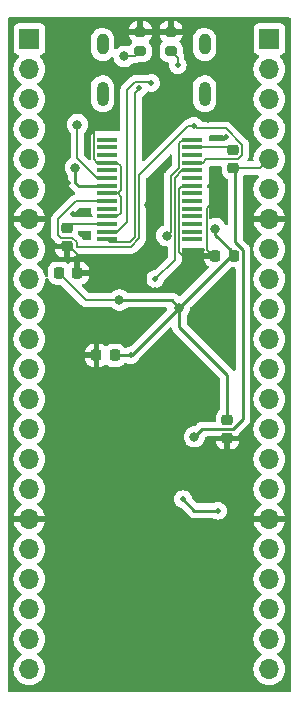
<source format=gbr>
%TF.GenerationSoftware,KiCad,Pcbnew,7.0.8*%
%TF.CreationDate,2023-11-18T20:12:02-05:00*%
%TF.ProjectId,PIC24FJ64GA004 Dev Board,50494332-3446-44a3-9634-474130303420,rev?*%
%TF.SameCoordinates,Original*%
%TF.FileFunction,Copper,L2,Bot*%
%TF.FilePolarity,Positive*%
%FSLAX46Y46*%
G04 Gerber Fmt 4.6, Leading zero omitted, Abs format (unit mm)*
G04 Created by KiCad (PCBNEW 7.0.8) date 2023-11-18 20:12:02*
%MOMM*%
%LPD*%
G01*
G04 APERTURE LIST*
G04 Aperture macros list*
%AMRoundRect*
0 Rectangle with rounded corners*
0 $1 Rounding radius*
0 $2 $3 $4 $5 $6 $7 $8 $9 X,Y pos of 4 corners*
0 Add a 4 corners polygon primitive as box body*
4,1,4,$2,$3,$4,$5,$6,$7,$8,$9,$2,$3,0*
0 Add four circle primitives for the rounded corners*
1,1,$1+$1,$2,$3*
1,1,$1+$1,$4,$5*
1,1,$1+$1,$6,$7*
1,1,$1+$1,$8,$9*
0 Add four rect primitives between the rounded corners*
20,1,$1+$1,$2,$3,$4,$5,0*
20,1,$1+$1,$4,$5,$6,$7,0*
20,1,$1+$1,$6,$7,$8,$9,0*
20,1,$1+$1,$8,$9,$2,$3,0*%
G04 Aperture macros list end*
%TA.AperFunction,ComponentPad*%
%ADD10O,1.000000X2.100000*%
%TD*%
%TA.AperFunction,ComponentPad*%
%ADD11O,1.000000X1.800000*%
%TD*%
%TA.AperFunction,SMDPad,CuDef*%
%ADD12RoundRect,0.225000X-0.250000X0.225000X-0.250000X-0.225000X0.250000X-0.225000X0.250000X0.225000X0*%
%TD*%
%TA.AperFunction,SMDPad,CuDef*%
%ADD13R,1.750000X0.450000*%
%TD*%
%TA.AperFunction,SMDPad,CuDef*%
%ADD14RoundRect,0.200000X0.275000X-0.200000X0.275000X0.200000X-0.275000X0.200000X-0.275000X-0.200000X0*%
%TD*%
%TA.AperFunction,SMDPad,CuDef*%
%ADD15RoundRect,0.225000X-0.225000X-0.250000X0.225000X-0.250000X0.225000X0.250000X-0.225000X0.250000X0*%
%TD*%
%TA.AperFunction,ComponentPad*%
%ADD16R,1.700000X1.700000*%
%TD*%
%TA.AperFunction,ComponentPad*%
%ADD17O,1.700000X1.700000*%
%TD*%
%TA.AperFunction,SMDPad,CuDef*%
%ADD18RoundRect,0.225000X0.225000X0.250000X-0.225000X0.250000X-0.225000X-0.250000X0.225000X-0.250000X0*%
%TD*%
%TA.AperFunction,ViaPad*%
%ADD19C,0.500000*%
%TD*%
%TA.AperFunction,ViaPad*%
%ADD20C,0.800000*%
%TD*%
%TA.AperFunction,Conductor*%
%ADD21C,0.150000*%
%TD*%
%TA.AperFunction,Conductor*%
%ADD22C,0.250000*%
%TD*%
G04 APERTURE END LIST*
D10*
%TO.P,J1,S1,SHIELD*%
%TO.N,Net-(J1-SHIELD)*%
X98650000Y-63049000D03*
D11*
X98650000Y-58869000D03*
D10*
X90010000Y-63049000D03*
D11*
X90010000Y-58869000D03*
%TD*%
D12*
%TO.P,C1,1*%
%TO.N,Net-(U2-3V3OUT)*%
X86974000Y-74409000D03*
%TO.P,C1,2*%
%TO.N,GND*%
X86974000Y-75959000D03*
%TD*%
D13*
%TO.P,U2,1,TXD*%
%TO.N,RX*%
X97624000Y-66936000D03*
%TO.P,U2,2,DTR*%
%TO.N,Net-(U2-DTR)*%
X97624000Y-67586000D03*
%TO.P,U2,3,RTS*%
%TO.N,unconnected-(U2-RTS-Pad3)*%
X97624000Y-68236000D03*
%TO.P,U2,4,VCCIO*%
%TO.N,+5V*%
X97624000Y-68886000D03*
%TO.P,U2,5,RXD*%
%TO.N,TX*%
X97624000Y-69536000D03*
%TO.P,U2,6,RI*%
%TO.N,unconnected-(U2-RI-Pad6)*%
X97624000Y-70186000D03*
%TO.P,U2,7,GND*%
%TO.N,GND*%
X97624000Y-70836000D03*
%TO.P,U2,8*%
%TO.N,N/C*%
X97624000Y-71486000D03*
%TO.P,U2,9,DCR*%
%TO.N,unconnected-(U2-DCR-Pad9)*%
X97624000Y-72136000D03*
%TO.P,U2,10,DCD*%
%TO.N,unconnected-(U2-DCD-Pad10)*%
X97624000Y-72786000D03*
%TO.P,U2,11,CTS*%
%TO.N,unconnected-(U2-CTS-Pad11)*%
X97624000Y-73436000D03*
%TO.P,U2,12,CBUS4*%
%TO.N,unconnected-(U2-CBUS4-Pad12)*%
X97624000Y-74086000D03*
%TO.P,U2,13,CBUS2*%
%TO.N,unconnected-(U2-CBUS2-Pad13)*%
X97624000Y-74736000D03*
%TO.P,U2,14,CBUS3*%
%TO.N,unconnected-(U2-CBUS3-Pad14)*%
X97624000Y-75386000D03*
%TO.P,U2,15,USBD+*%
%TO.N,D+*%
X90424000Y-75386000D03*
%TO.P,U2,16,USBD-*%
%TO.N,D-*%
X90424000Y-74736000D03*
%TO.P,U2,17,3V3OUT*%
%TO.N,Net-(U2-3V3OUT)*%
X90424000Y-74086000D03*
%TO.P,U2,18,GND*%
%TO.N,GND*%
X90424000Y-73436000D03*
%TO.P,U2,19,~{RESET}*%
%TO.N,unconnected-(U2-~{RESET}-Pad19)*%
X90424000Y-72786000D03*
%TO.P,U2,20,VCC*%
%TO.N,+5V*%
X90424000Y-72136000D03*
%TO.P,U2,21,GND*%
%TO.N,GND*%
X90424000Y-71486000D03*
%TO.P,U2,22,CBUS1*%
%TO.N,Net-(U2-CBUS1)*%
X90424000Y-70836000D03*
%TO.P,U2,23,CBUS0*%
%TO.N,Net-(U2-CBUS0)*%
X90424000Y-70186000D03*
%TO.P,U2,24*%
%TO.N,N/C*%
X90424000Y-69536000D03*
%TO.P,U2,25,AGND*%
%TO.N,GND*%
X90424000Y-68886000D03*
%TO.P,U2,26,TEST*%
%TO.N,unconnected-(U2-TEST-Pad26)*%
X90424000Y-68236000D03*
%TO.P,U2,27,OSCI*%
%TO.N,unconnected-(U2-OSCI-Pad27)*%
X90424000Y-67586000D03*
%TO.P,U2,28,OSCO*%
%TO.N,unconnected-(U2-OSCO-Pad28)*%
X90424000Y-66936000D03*
%TD*%
D14*
%TO.P,R3,1*%
%TO.N,Net-(J1-CC2)*%
X93218000Y-59460400D03*
%TO.P,R3,2*%
%TO.N,GND*%
X93218000Y-57810400D03*
%TD*%
D15*
%TO.P,C8,1*%
%TO.N,+3V3*%
X86334000Y-78232000D03*
%TO.P,C8,2*%
%TO.N,GND*%
X87884000Y-78232000D03*
%TD*%
D12*
%TO.P,C9,1*%
%TO.N,+3V3*%
X100584000Y-90665000D03*
%TO.P,C9,2*%
%TO.N,GND*%
X100584000Y-92215000D03*
%TD*%
D16*
%TO.P,J2,1,Pin_1*%
%TO.N,P23*%
X83820000Y-58420000D03*
D17*
%TO.P,J2,2,Pin_2*%
%TO.N,P24*%
X83820000Y-60960000D03*
%TO.P,J2,3,Pin_3*%
%TO.N,P25*%
X83820000Y-63500000D03*
%TO.P,J2,4,Pin_4*%
%TO.N,P26*%
X83820000Y-66040000D03*
%TO.P,J2,5,Pin_5*%
%TO.N,P27*%
X83820000Y-68580000D03*
%TO.P,J2,6,Pin_6*%
%TO.N,+3V3*%
X83820000Y-71120000D03*
%TO.P,J2,7,Pin_7*%
%TO.N,GND*%
X83820000Y-73660000D03*
%TO.P,J2,8,Pin_8*%
%TO.N,OSCI*%
X83820000Y-76200000D03*
%TO.P,J2,9,Pin_9*%
%TO.N,OSCO*%
X83820000Y-78740000D03*
%TO.P,J2,10,Pin_10*%
%TO.N,P32*%
X83820000Y-81280000D03*
%TO.P,J2,11,Pin_11*%
%TO.N,P33*%
X83820000Y-83820000D03*
%TO.P,J2,12,Pin_12*%
%TO.N,P34*%
X83820000Y-86360000D03*
%TO.P,J2,13,Pin_13*%
%TO.N,P35*%
X83820000Y-88900000D03*
%TO.P,J2,14,Pin_14*%
%TO.N,P36*%
X83820000Y-91440000D03*
%TO.P,J2,15,Pin_15*%
%TO.N,P37*%
X83820000Y-93980000D03*
%TO.P,J2,16,Pin_16*%
%TO.N,P38*%
X83820000Y-96520000D03*
%TO.P,J2,17,Pin_17*%
%TO.N,GND*%
X83820000Y-99060000D03*
%TO.P,J2,18,Pin_18*%
%TO.N,+3V3*%
X83820000Y-101600000D03*
%TO.P,J2,19,Pin_19*%
%TO.N,P41*%
X83820000Y-104140000D03*
%TO.P,J2,20,Pin_20*%
%TO.N,P42*%
X83820000Y-106680000D03*
%TO.P,J2,21,Pin_21*%
%TO.N,P43*%
X83820000Y-109220000D03*
%TO.P,J2,22,Pin_22*%
%TO.N,P44*%
X83820000Y-111760000D03*
%TD*%
D14*
%TO.P,R4,1*%
%TO.N,Net-(J1-CC1)*%
X95808800Y-59448200D03*
%TO.P,R4,2*%
%TO.N,GND*%
X95808800Y-57798200D03*
%TD*%
D18*
%TO.P,C7,1*%
%TO.N,+3V3*%
X101118000Y-76758800D03*
%TO.P,C7,2*%
%TO.N,GND*%
X99568000Y-76758800D03*
%TD*%
D16*
%TO.P,J3,1,Pin_1*%
%TO.N,RX*%
X104140000Y-58420000D03*
D17*
%TO.P,J3,2,Pin_2*%
%TO.N,TX*%
X104140000Y-60960000D03*
%TO.P,J3,3,Pin_3*%
%TO.N,P20*%
X104140000Y-63500000D03*
%TO.P,J3,4,Pin_4*%
%TO.N,P19*%
X104140000Y-66040000D03*
%TO.P,J3,5,Pin_5*%
%TO.N,MCLR*%
X104140000Y-68580000D03*
%TO.P,J3,6,Pin_6*%
%TO.N,+3V3*%
X104140000Y-71120000D03*
%TO.P,J3,7,Pin_7*%
%TO.N,GND*%
X104140000Y-73660000D03*
%TO.P,J3,8,Pin_8*%
%TO.N,P15*%
X104140000Y-76200000D03*
%TO.P,J3,9,Pin_9*%
%TO.N,P14*%
X104140000Y-78740000D03*
%TO.P,J3,10,Pin_10*%
%TO.N,P13*%
X104140000Y-81280000D03*
%TO.P,J3,11,Pin_11*%
%TO.N,P12*%
X104140000Y-83820000D03*
%TO.P,J3,12,Pin_12*%
%TO.N,P11*%
X104140000Y-86360000D03*
%TO.P,J3,13,Pin_13*%
%TO.N,P10*%
X104140000Y-88900000D03*
%TO.P,J3,14,Pin_14*%
%TO.N,PGC2*%
X104140000Y-91440000D03*
%TO.P,J3,15,Pin_15*%
%TO.N,PGD2*%
X104140000Y-93980000D03*
%TO.P,J3,16,Pin_16*%
%TO.N,+3V3*%
X104140000Y-96520000D03*
%TO.P,J3,17,Pin_17*%
%TO.N,GND*%
X104140000Y-99060000D03*
%TO.P,J3,18,Pin_18*%
%TO.N,P5*%
X104140000Y-101600000D03*
%TO.P,J3,19,Pin_19*%
%TO.N,P4*%
X104140000Y-104140000D03*
%TO.P,J3,20,Pin_20*%
%TO.N,P3*%
X104140000Y-106680000D03*
%TO.P,J3,21,Pin_21*%
%TO.N,P2*%
X104140000Y-109220000D03*
%TO.P,J3,22,Pin_22*%
%TO.N,P1*%
X104140000Y-111760000D03*
%TD*%
D12*
%TO.P,C4,1*%
%TO.N,Net-(U2-DTR)*%
X101092000Y-67805000D03*
%TO.P,C4,2*%
%TO.N,MCLR*%
X101092000Y-69355000D03*
%TD*%
D18*
%TO.P,C6,1*%
%TO.N,+3V3*%
X91046600Y-85191600D03*
%TO.P,C6,2*%
%TO.N,GND*%
X89496600Y-85191600D03*
%TD*%
D19*
%TO.N,GND*%
X94284800Y-75209400D03*
X87071200Y-70612000D03*
X98501200Y-64820800D03*
X94894400Y-92964000D03*
X94488000Y-86512400D03*
D20*
X99593400Y-72059800D03*
X90043000Y-102108000D03*
D19*
X96469200Y-107797600D03*
X98450400Y-82956400D03*
X100939600Y-58470800D03*
X87172800Y-102616000D03*
D20*
X89662000Y-64984500D03*
D19*
X100025200Y-103276400D03*
X90982800Y-82448400D03*
D20*
X101752400Y-59690000D03*
D19*
X88087200Y-98247200D03*
X86461600Y-108000800D03*
X89560400Y-93268800D03*
X96215200Y-98399600D03*
X97536000Y-93827600D03*
X100431600Y-66751200D03*
D20*
X93929200Y-72491600D03*
D19*
X95504000Y-100431600D03*
X97485200Y-60096400D03*
X95097600Y-61417200D03*
X100482400Y-65227200D03*
X87376000Y-61112400D03*
X90424000Y-98450400D03*
X98958400Y-65278000D03*
X94488000Y-79705200D03*
X87528400Y-73202800D03*
D20*
X88138000Y-63652400D03*
D19*
X88696800Y-67513200D03*
%TO.N,+5V*%
X97739200Y-65786000D03*
%TO.N,+3V3*%
X96824800Y-97383600D03*
D20*
X96520000Y-81153000D03*
D19*
X99771200Y-98348800D03*
X92405200Y-85191600D03*
D20*
X99568000Y-74472800D03*
X91440000Y-80518000D03*
%TO.N,MCLR*%
X97790000Y-92100400D03*
D19*
%TO.N,Net-(J1-CC1)*%
X96367600Y-60655200D03*
D20*
%TO.N,Net-(J1-CC2)*%
X91846400Y-59893200D03*
%TO.N,Net-(U2-CBUS0)*%
X87884000Y-65659000D03*
%TO.N,Net-(U2-CBUS1)*%
X87715956Y-69306844D03*
%TO.N,RX*%
X95449500Y-75057000D03*
D19*
%TO.N,TX*%
X94488000Y-78740000D03*
%TO.N,D+*%
X93087541Y-62599500D03*
%TO.N,D-*%
X94132400Y-62128400D03*
%TD*%
D21*
%TO.N,Net-(J1-CC1)*%
X96367600Y-60007000D02*
X95808800Y-59448200D01*
X96367600Y-60655200D02*
X96367600Y-60007000D01*
%TO.N,Net-(J1-CC2)*%
X92785200Y-59893200D02*
X93218000Y-59460400D01*
X91846400Y-59893200D02*
X92785200Y-59893200D01*
%TO.N,+5V*%
X97285090Y-65786000D02*
X97739200Y-65786000D01*
X93125400Y-69945690D02*
X97285090Y-65786000D01*
X93125400Y-75303769D02*
X93125400Y-69945690D01*
X92381569Y-76047600D02*
X93125400Y-75303769D01*
X87833200Y-76047600D02*
X92381569Y-76047600D01*
X87431108Y-75234000D02*
X87833200Y-75636092D01*
X86224000Y-73694400D02*
X86224000Y-74997200D01*
X87833200Y-75636092D02*
X87833200Y-76047600D01*
X87782400Y-72136000D02*
X86224000Y-73694400D01*
X86224000Y-74997200D02*
X86460800Y-75234000D01*
X86460800Y-75234000D02*
X87431108Y-75234000D01*
X90424000Y-72136000D02*
X87782400Y-72136000D01*
%TO.N,GND*%
X87135000Y-75959000D02*
X87985600Y-76809600D01*
X86974000Y-75959000D02*
X87135000Y-75959000D01*
X87985600Y-76809600D02*
X87985600Y-78130400D01*
X87985600Y-78130400D02*
X87884000Y-78232000D01*
X96749000Y-70836000D02*
X97624000Y-70836000D01*
X96474000Y-76458800D02*
X96474000Y-71111000D01*
X99301000Y-76708000D02*
X99047000Y-76962000D01*
X99047000Y-76962000D02*
X96977200Y-76962000D01*
X98893000Y-72760200D02*
X98893000Y-76300000D01*
X96977200Y-76962000D02*
X96474000Y-76458800D01*
X96474000Y-71111000D02*
X96749000Y-70836000D01*
X99593400Y-72059800D02*
X98893000Y-72760200D01*
X98893000Y-76300000D02*
X99301000Y-76708000D01*
D22*
%TO.N,MCLR*%
X101244400Y-69507400D02*
X101092000Y-69355000D01*
X101244400Y-75632382D02*
X101244400Y-69507400D01*
X101893000Y-76280982D02*
X101244400Y-75632382D01*
X101893000Y-90608818D02*
X101893000Y-76280982D01*
X101061818Y-91440000D02*
X101893000Y-90608818D01*
X98450400Y-91440000D02*
X101061818Y-91440000D01*
X97790000Y-92100400D02*
X98450400Y-91440000D01*
D21*
%TO.N,Net-(U2-3V3OUT)*%
X87297000Y-74086000D02*
X90424000Y-74086000D01*
X86974000Y-74409000D02*
X87297000Y-74086000D01*
%TO.N,GND*%
X90424000Y-73436000D02*
X91262910Y-73436000D01*
X91299000Y-71486000D02*
X90424000Y-71486000D01*
X89274000Y-68611000D02*
X89274000Y-65564400D01*
X91574000Y-71761000D02*
X91299000Y-71486000D01*
X89549000Y-68886000D02*
X89274000Y-68611000D01*
X90424000Y-68886000D02*
X89549000Y-68886000D01*
X91262910Y-73436000D02*
X91574000Y-73124910D01*
X89274000Y-65564400D02*
X89662000Y-65176400D01*
X91299000Y-71486000D02*
X91574000Y-71211000D01*
X91574000Y-73124910D02*
X91574000Y-71761000D01*
X91262910Y-68886000D02*
X90424000Y-68886000D01*
X91574000Y-69197090D02*
X91262910Y-68886000D01*
X89662000Y-65176400D02*
X89662000Y-64984500D01*
X91574000Y-71211000D02*
X91574000Y-69197090D01*
%TO.N,+5V*%
X97993200Y-65989200D02*
X97790000Y-65786000D01*
X98774000Y-68611000D02*
X101468108Y-68611000D01*
X97624000Y-68886000D02*
X98499000Y-68886000D01*
X101842000Y-67372892D02*
X100458308Y-65989200D01*
X101468108Y-68611000D02*
X101842000Y-68237108D01*
X101842000Y-68237108D02*
X101842000Y-67372892D01*
X100458308Y-65989200D02*
X97993200Y-65989200D01*
X97739200Y-65786000D02*
X97790000Y-65786000D01*
X98499000Y-68886000D02*
X98774000Y-68611000D01*
D22*
%TO.N,+3V3*%
X91046600Y-85191600D02*
X92405200Y-85191600D01*
X99568000Y-75001620D02*
X100851000Y-76284620D01*
X100851000Y-76284620D02*
X100851000Y-76822000D01*
X95885000Y-80518000D02*
X91440000Y-80518000D01*
X100584000Y-86868000D02*
X96520000Y-82804000D01*
X92481400Y-85191600D02*
X96520000Y-81153000D01*
X99568000Y-74472800D02*
X99568000Y-75001620D01*
X96520000Y-82804000D02*
X96520000Y-81153000D01*
D21*
X88620000Y-80518000D02*
X91440000Y-80518000D01*
D22*
X97790000Y-98348800D02*
X99771200Y-98348800D01*
X96824800Y-97383600D02*
X97790000Y-98348800D01*
X100584000Y-90665000D02*
X100584000Y-86868000D01*
D21*
X86334000Y-78232000D02*
X88620000Y-80518000D01*
D22*
X96520000Y-81153000D02*
X95885000Y-80518000D01*
X100851000Y-76822000D02*
X96520000Y-81153000D01*
X92405200Y-85191600D02*
X92481400Y-85191600D01*
D21*
%TO.N,Net-(U2-DTR)*%
X100873000Y-67586000D02*
X101092000Y-67805000D01*
X97624000Y-67586000D02*
X100873000Y-67586000D01*
%TO.N,MCLR*%
X101092000Y-69355000D02*
X103365000Y-69355000D01*
X103365000Y-69355000D02*
X104140000Y-68580000D01*
%TO.N,Net-(U2-CBUS0)*%
X87884000Y-68521000D02*
X89549000Y-70186000D01*
X89549000Y-70186000D02*
X90424000Y-70186000D01*
X87884000Y-65659000D02*
X87884000Y-68521000D01*
D22*
%TO.N,Net-(U2-CBUS1)*%
X87715956Y-70570956D02*
X87981000Y-70836000D01*
X87981000Y-70836000D02*
X90424000Y-70836000D01*
X87715956Y-69306844D02*
X87715956Y-70570956D01*
D21*
%TO.N,RX*%
X96785090Y-66936000D02*
X96474000Y-67247090D01*
X95774000Y-74732500D02*
X95449500Y-75057000D01*
X96474000Y-67247090D02*
X96474000Y-69316025D01*
X96474000Y-69316025D02*
X95774000Y-70016026D01*
X95774000Y-70016026D02*
X95774000Y-74732500D01*
X97624000Y-66936000D02*
X96785090Y-66936000D01*
%TO.N,TX*%
X96124000Y-70161000D02*
X96749000Y-69536000D01*
X94488000Y-78740000D02*
X96124000Y-77104000D01*
X96124000Y-77104000D02*
X96124000Y-70161000D01*
X96749000Y-69536000D02*
X97624000Y-69536000D01*
%TO.N,D+*%
X92775400Y-75158795D02*
X92323195Y-75611000D01*
X93087541Y-62599500D02*
X93087541Y-62665259D01*
X93087541Y-62665259D02*
X92775400Y-62977400D01*
X92323195Y-75611000D02*
X90649000Y-75611000D01*
X92775400Y-62977400D02*
X92775400Y-75158795D01*
X90649000Y-75611000D02*
X90424000Y-75386000D01*
%TO.N,D-*%
X92100400Y-62697805D02*
X92100400Y-73898510D01*
X91262910Y-74736000D02*
X90424000Y-74736000D01*
X94030800Y-62026800D02*
X92771405Y-62026800D01*
X94132400Y-62128400D02*
X94030800Y-62026800D01*
X92771405Y-62026800D02*
X92100400Y-62697805D01*
X92100400Y-73898510D02*
X91262910Y-74736000D01*
%TD*%
%TA.AperFunction,Conductor*%
%TO.N,GND*%
G36*
X101210539Y-77753984D02*
G01*
X101256294Y-77806788D01*
X101267500Y-77858299D01*
X101267500Y-86362959D01*
X101247815Y-86429998D01*
X101195011Y-86475753D01*
X101125853Y-86485697D01*
X101062297Y-86456672D01*
X101048378Y-86441507D01*
X101043594Y-86436412D01*
X101007688Y-86406709D01*
X101003376Y-86402786D01*
X97181819Y-82581228D01*
X97148334Y-82519905D01*
X97145500Y-82493547D01*
X97145500Y-81851687D01*
X97165185Y-81784648D01*
X97177350Y-81768715D01*
X97199906Y-81743664D01*
X97252533Y-81685216D01*
X97347179Y-81521284D01*
X97405674Y-81341256D01*
X97423321Y-81173345D01*
X97449905Y-81108732D01*
X97458952Y-81098636D01*
X100786973Y-77770616D01*
X100848294Y-77737133D01*
X100874643Y-77734299D01*
X101143500Y-77734299D01*
X101210539Y-77753984D01*
G37*
%TD.AperFunction*%
%TA.AperFunction,Conductor*%
G36*
X100059539Y-69206185D02*
G01*
X100105294Y-69258989D01*
X100116500Y-69310500D01*
X100116500Y-69628336D01*
X100116501Y-69628355D01*
X100126650Y-69727707D01*
X100126651Y-69727710D01*
X100179996Y-69888694D01*
X100180001Y-69888705D01*
X100269029Y-70033040D01*
X100269031Y-70033043D01*
X100269032Y-70033044D01*
X100388956Y-70152968D01*
X100533303Y-70242003D01*
X100533774Y-70242159D01*
X100533894Y-70242199D01*
X100534248Y-70242444D01*
X100539853Y-70245058D01*
X100539406Y-70246015D01*
X100591342Y-70281967D01*
X100618171Y-70346480D01*
X100618900Y-70359908D01*
X100618900Y-74029238D01*
X100599215Y-74096277D01*
X100546411Y-74142032D01*
X100477253Y-74151976D01*
X100413697Y-74122951D01*
X100387513Y-74091238D01*
X100329524Y-73990798D01*
X100300533Y-73940584D01*
X100173871Y-73799912D01*
X100173870Y-73799911D01*
X100020734Y-73688651D01*
X100020729Y-73688648D01*
X99847807Y-73611657D01*
X99847802Y-73611655D01*
X99702001Y-73580665D01*
X99662646Y-73572300D01*
X99473354Y-73572300D01*
X99440897Y-73579198D01*
X99288197Y-73611655D01*
X99173934Y-73662529D01*
X99104684Y-73671813D01*
X99041408Y-73642185D01*
X99004195Y-73583050D01*
X98999499Y-73549254D01*
X98999499Y-73163128D01*
X98999498Y-73163111D01*
X98995320Y-73124253D01*
X98995320Y-73097747D01*
X98999500Y-73058873D01*
X98999499Y-72513128D01*
X98999498Y-72513111D01*
X98995320Y-72474253D01*
X98995320Y-72447747D01*
X98999500Y-72408873D01*
X98999499Y-71863128D01*
X98999498Y-71863111D01*
X98995320Y-71824253D01*
X98995320Y-71797747D01*
X98999500Y-71758873D01*
X98999499Y-71213128D01*
X98995067Y-71171898D01*
X98995068Y-71145393D01*
X98998999Y-71108833D01*
X98999000Y-71108819D01*
X98999000Y-71061000D01*
X98983388Y-71045388D01*
X98969516Y-71041315D01*
X98937289Y-71011312D01*
X98866883Y-70917263D01*
X98861678Y-70910309D01*
X98837261Y-70844848D01*
X98852112Y-70776575D01*
X98861673Y-70761696D01*
X98937289Y-70660688D01*
X98985105Y-70624894D01*
X98999000Y-70611000D01*
X98999000Y-70563182D01*
X98998999Y-70563164D01*
X98995068Y-70526602D01*
X98995068Y-70500094D01*
X98999500Y-70458873D01*
X98999499Y-69913128D01*
X98999498Y-69913111D01*
X98995320Y-69874253D01*
X98995320Y-69847747D01*
X98999500Y-69808873D01*
X98999499Y-69310499D01*
X99019183Y-69243461D01*
X99071987Y-69197706D01*
X99123499Y-69186500D01*
X99992500Y-69186500D01*
X100059539Y-69206185D01*
G37*
%TD.AperFunction*%
%TA.AperFunction,Conductor*%
G36*
X88991539Y-72731185D02*
G01*
X89037294Y-72783989D01*
X89048500Y-72835499D01*
X89048500Y-73058868D01*
X89048501Y-73058880D01*
X89052931Y-73100093D01*
X89052931Y-73126596D01*
X89049000Y-73163165D01*
X89049000Y-73211000D01*
X89064611Y-73226611D01*
X89078484Y-73230685D01*
X89110711Y-73260688D01*
X89126940Y-73282367D01*
X89149265Y-73312189D01*
X89173683Y-73377652D01*
X89158832Y-73445925D01*
X89109428Y-73495331D01*
X89049999Y-73510500D01*
X87521141Y-73510500D01*
X87454102Y-73490815D01*
X87408347Y-73438011D01*
X87398403Y-73368853D01*
X87427428Y-73305297D01*
X87433460Y-73298819D01*
X87673400Y-73058880D01*
X87984461Y-72747819D01*
X88045784Y-72714334D01*
X88072142Y-72711500D01*
X88924500Y-72711500D01*
X88991539Y-72731185D01*
G37*
%TD.AperFunction*%
%TA.AperFunction,Conductor*%
G36*
X100235605Y-66584385D02*
G01*
X100256247Y-66601019D01*
X100447104Y-66791876D01*
X100480589Y-66853199D01*
X100475605Y-66922891D01*
X100433733Y-66978824D01*
X100424519Y-66985095D01*
X100414329Y-66991382D01*
X100413265Y-66992038D01*
X100348167Y-67010500D01*
X99123500Y-67010500D01*
X99056461Y-66990815D01*
X99010706Y-66938011D01*
X98999500Y-66886501D01*
X98999499Y-66688701D01*
X99019183Y-66621661D01*
X99071987Y-66575906D01*
X99123499Y-66564700D01*
X100168566Y-66564700D01*
X100235605Y-66584385D01*
G37*
%TD.AperFunction*%
%TA.AperFunction,Conductor*%
G36*
X105898539Y-56608185D02*
G01*
X105944294Y-56660989D01*
X105955500Y-56712500D01*
X105955500Y-113594500D01*
X105935815Y-113661539D01*
X105883011Y-113707294D01*
X105831500Y-113718500D01*
X82128500Y-113718500D01*
X82061461Y-113698815D01*
X82015706Y-113646011D01*
X82004500Y-113594500D01*
X82004500Y-111760000D01*
X82464341Y-111760000D01*
X82484936Y-111995403D01*
X82484938Y-111995413D01*
X82546094Y-112223655D01*
X82546096Y-112223659D01*
X82546097Y-112223663D01*
X82645965Y-112437830D01*
X82645967Y-112437834D01*
X82754281Y-112592521D01*
X82781505Y-112631401D01*
X82948599Y-112798495D01*
X83045384Y-112866265D01*
X83142165Y-112934032D01*
X83142167Y-112934033D01*
X83142170Y-112934035D01*
X83356337Y-113033903D01*
X83584592Y-113095063D01*
X83772918Y-113111539D01*
X83819999Y-113115659D01*
X83820000Y-113115659D01*
X83820001Y-113115659D01*
X83859234Y-113112226D01*
X84055408Y-113095063D01*
X84283663Y-113033903D01*
X84497830Y-112934035D01*
X84691401Y-112798495D01*
X84858495Y-112631401D01*
X84994035Y-112437830D01*
X85093903Y-112223663D01*
X85155063Y-111995408D01*
X85175659Y-111760000D01*
X85155063Y-111524592D01*
X85093903Y-111296337D01*
X84994035Y-111082171D01*
X84858495Y-110888599D01*
X84858494Y-110888597D01*
X84691402Y-110721506D01*
X84691396Y-110721501D01*
X84505842Y-110591575D01*
X84462217Y-110536998D01*
X84455023Y-110467500D01*
X84486546Y-110405145D01*
X84505842Y-110388425D01*
X84528026Y-110372891D01*
X84691401Y-110258495D01*
X84858495Y-110091401D01*
X84994035Y-109897830D01*
X85093903Y-109683663D01*
X85155063Y-109455408D01*
X85175659Y-109220000D01*
X85155063Y-108984592D01*
X85093903Y-108756337D01*
X84994035Y-108542171D01*
X84858495Y-108348599D01*
X84858494Y-108348597D01*
X84691402Y-108181506D01*
X84691396Y-108181501D01*
X84505842Y-108051575D01*
X84462217Y-107996998D01*
X84455023Y-107927500D01*
X84486546Y-107865145D01*
X84505842Y-107848425D01*
X84528026Y-107832891D01*
X84691401Y-107718495D01*
X84858495Y-107551401D01*
X84994035Y-107357830D01*
X85093903Y-107143663D01*
X85155063Y-106915408D01*
X85175659Y-106680000D01*
X85155063Y-106444592D01*
X85093903Y-106216337D01*
X84994035Y-106002171D01*
X84858495Y-105808599D01*
X84858494Y-105808597D01*
X84691402Y-105641506D01*
X84691396Y-105641501D01*
X84505842Y-105511575D01*
X84462217Y-105456998D01*
X84455023Y-105387500D01*
X84486546Y-105325145D01*
X84505842Y-105308425D01*
X84528026Y-105292891D01*
X84691401Y-105178495D01*
X84858495Y-105011401D01*
X84994035Y-104817830D01*
X85093903Y-104603663D01*
X85155063Y-104375408D01*
X85175659Y-104140000D01*
X85155063Y-103904592D01*
X85093903Y-103676337D01*
X84994035Y-103462171D01*
X84858495Y-103268599D01*
X84858494Y-103268597D01*
X84691402Y-103101506D01*
X84691396Y-103101501D01*
X84505842Y-102971575D01*
X84462217Y-102916998D01*
X84455023Y-102847500D01*
X84486546Y-102785145D01*
X84505842Y-102768425D01*
X84528026Y-102752891D01*
X84691401Y-102638495D01*
X84858495Y-102471401D01*
X84994035Y-102277830D01*
X85093903Y-102063663D01*
X85155063Y-101835408D01*
X85175659Y-101600000D01*
X85155063Y-101364592D01*
X85093903Y-101136337D01*
X84994035Y-100922171D01*
X84858495Y-100728599D01*
X84858494Y-100728597D01*
X84691402Y-100561506D01*
X84691401Y-100561505D01*
X84505405Y-100431269D01*
X84461781Y-100376692D01*
X84454588Y-100307193D01*
X84486110Y-100244839D01*
X84505405Y-100228119D01*
X84691082Y-100098105D01*
X84858105Y-99931082D01*
X84993600Y-99737578D01*
X85093429Y-99523492D01*
X85093432Y-99523486D01*
X85150636Y-99310000D01*
X84253686Y-99310000D01*
X84279493Y-99269844D01*
X84320000Y-99131889D01*
X84320000Y-98988111D01*
X84279493Y-98850156D01*
X84253686Y-98810000D01*
X85150636Y-98810000D01*
X85150635Y-98809999D01*
X85093432Y-98596513D01*
X85093429Y-98596507D01*
X84993600Y-98382422D01*
X84993599Y-98382420D01*
X84858113Y-98188926D01*
X84858108Y-98188920D01*
X84691078Y-98021890D01*
X84505405Y-97891879D01*
X84461780Y-97837302D01*
X84454588Y-97767804D01*
X84486110Y-97705449D01*
X84505406Y-97688730D01*
X84534519Y-97668345D01*
X84691401Y-97558495D01*
X84858495Y-97391401D01*
X84863956Y-97383602D01*
X96069551Y-97383602D01*
X96088485Y-97551656D01*
X96144345Y-97711294D01*
X96144347Y-97711297D01*
X96234318Y-97854484D01*
X96234323Y-97854490D01*
X96353909Y-97974076D01*
X96353915Y-97974081D01*
X96497102Y-98064052D01*
X96497107Y-98064055D01*
X96497110Y-98064056D01*
X96656741Y-98119913D01*
X96656744Y-98119913D01*
X96660456Y-98121212D01*
X96707183Y-98150573D01*
X97289197Y-98732588D01*
X97299022Y-98744851D01*
X97299243Y-98744669D01*
X97304214Y-98750678D01*
X97330217Y-98775095D01*
X97354635Y-98798026D01*
X97375529Y-98818920D01*
X97381011Y-98823173D01*
X97385443Y-98826957D01*
X97419418Y-98858862D01*
X97436976Y-98868514D01*
X97453233Y-98879193D01*
X97469064Y-98891473D01*
X97488737Y-98899986D01*
X97511833Y-98909982D01*
X97517077Y-98912550D01*
X97557908Y-98934997D01*
X97570523Y-98938235D01*
X97577305Y-98939977D01*
X97595719Y-98946281D01*
X97614104Y-98954238D01*
X97660157Y-98961532D01*
X97665826Y-98962706D01*
X97710981Y-98974300D01*
X97731016Y-98974300D01*
X97750413Y-98975826D01*
X97770196Y-98978960D01*
X97816584Y-98974575D01*
X97822422Y-98974300D01*
X99320324Y-98974300D01*
X99386295Y-98993305D01*
X99443510Y-99029256D01*
X99564821Y-99071704D01*
X99603143Y-99085114D01*
X99771197Y-99104049D01*
X99771200Y-99104049D01*
X99771203Y-99104049D01*
X99939256Y-99085114D01*
X99939259Y-99085113D01*
X100098890Y-99029256D01*
X100098892Y-99029254D01*
X100098894Y-99029254D01*
X100098897Y-99029252D01*
X100242084Y-98939281D01*
X100242085Y-98939280D01*
X100242090Y-98939277D01*
X100361677Y-98819690D01*
X100367766Y-98810000D01*
X100451652Y-98676497D01*
X100451654Y-98676494D01*
X100451654Y-98676492D01*
X100451656Y-98676490D01*
X100507513Y-98516859D01*
X100507513Y-98516858D01*
X100507514Y-98516856D01*
X100526449Y-98348802D01*
X100526449Y-98348797D01*
X100507514Y-98180743D01*
X100451654Y-98021105D01*
X100451652Y-98021102D01*
X100361681Y-97877915D01*
X100361676Y-97877909D01*
X100242090Y-97758323D01*
X100242084Y-97758318D01*
X100098897Y-97668347D01*
X100098894Y-97668345D01*
X99939256Y-97612485D01*
X99771203Y-97593551D01*
X99771197Y-97593551D01*
X99603143Y-97612485D01*
X99443507Y-97668345D01*
X99386296Y-97704294D01*
X99320324Y-97723300D01*
X98100452Y-97723300D01*
X98033413Y-97703615D01*
X98012771Y-97686981D01*
X97591773Y-97265983D01*
X97562412Y-97219256D01*
X97561113Y-97215543D01*
X97561113Y-97215541D01*
X97505256Y-97055910D01*
X97505255Y-97055907D01*
X97505252Y-97055902D01*
X97415281Y-96912715D01*
X97415276Y-96912709D01*
X97295690Y-96793123D01*
X97295684Y-96793118D01*
X97152497Y-96703147D01*
X97152494Y-96703145D01*
X96992856Y-96647285D01*
X96824803Y-96628351D01*
X96824797Y-96628351D01*
X96656743Y-96647285D01*
X96497105Y-96703145D01*
X96497102Y-96703147D01*
X96353915Y-96793118D01*
X96353909Y-96793123D01*
X96234323Y-96912709D01*
X96234318Y-96912715D01*
X96144347Y-97055902D01*
X96144345Y-97055905D01*
X96088485Y-97215543D01*
X96069551Y-97383597D01*
X96069551Y-97383602D01*
X84863956Y-97383602D01*
X84994035Y-97197830D01*
X85093903Y-96983663D01*
X85155063Y-96755408D01*
X85175659Y-96520000D01*
X85155063Y-96284592D01*
X85093903Y-96056337D01*
X84994035Y-95842171D01*
X84858495Y-95648599D01*
X84858494Y-95648597D01*
X84691402Y-95481506D01*
X84691396Y-95481501D01*
X84505842Y-95351575D01*
X84462217Y-95296998D01*
X84455023Y-95227500D01*
X84486546Y-95165145D01*
X84505842Y-95148425D01*
X84528026Y-95132891D01*
X84691401Y-95018495D01*
X84858495Y-94851401D01*
X84994035Y-94657830D01*
X85093903Y-94443663D01*
X85155063Y-94215408D01*
X85175659Y-93980000D01*
X85155063Y-93744592D01*
X85093903Y-93516337D01*
X84994035Y-93302171D01*
X84858495Y-93108599D01*
X84858494Y-93108597D01*
X84691402Y-92941506D01*
X84691396Y-92941501D01*
X84505842Y-92811575D01*
X84462217Y-92756998D01*
X84455023Y-92687500D01*
X84486546Y-92625145D01*
X84505842Y-92608425D01*
X84535574Y-92587606D01*
X84691401Y-92478495D01*
X84858495Y-92311401D01*
X84994035Y-92117830D01*
X85093903Y-91903663D01*
X85155063Y-91675408D01*
X85175659Y-91440000D01*
X85155063Y-91204592D01*
X85093903Y-90976337D01*
X84994035Y-90762171D01*
X84975570Y-90735799D01*
X84858494Y-90568597D01*
X84691402Y-90401506D01*
X84691396Y-90401501D01*
X84505842Y-90271575D01*
X84462217Y-90216998D01*
X84455023Y-90147500D01*
X84486546Y-90085145D01*
X84505842Y-90068425D01*
X84622187Y-89986959D01*
X84691401Y-89938495D01*
X84858495Y-89771401D01*
X84994035Y-89577830D01*
X85093903Y-89363663D01*
X85155063Y-89135408D01*
X85175659Y-88900000D01*
X85155063Y-88664592D01*
X85093903Y-88436337D01*
X84994035Y-88222171D01*
X84858495Y-88028599D01*
X84858494Y-88028597D01*
X84691402Y-87861506D01*
X84691396Y-87861501D01*
X84505842Y-87731575D01*
X84462217Y-87676998D01*
X84455023Y-87607500D01*
X84486546Y-87545145D01*
X84505842Y-87528425D01*
X84528026Y-87512891D01*
X84691401Y-87398495D01*
X84858495Y-87231401D01*
X84994035Y-87037830D01*
X85093903Y-86823663D01*
X85155063Y-86595408D01*
X85175659Y-86360000D01*
X85155063Y-86124592D01*
X85093903Y-85896337D01*
X84994035Y-85682171D01*
X84980255Y-85662490D01*
X84858494Y-85488597D01*
X84811497Y-85441600D01*
X88546601Y-85441600D01*
X88546601Y-85489922D01*
X88556744Y-85589207D01*
X88610052Y-85750081D01*
X88610057Y-85750092D01*
X88699024Y-85894328D01*
X88699027Y-85894332D01*
X88818867Y-86014172D01*
X88818871Y-86014175D01*
X88963107Y-86103142D01*
X88963118Y-86103147D01*
X89123993Y-86156455D01*
X89223283Y-86166599D01*
X89246600Y-86166598D01*
X89246600Y-85441600D01*
X88546601Y-85441600D01*
X84811497Y-85441600D01*
X84691402Y-85321506D01*
X84691396Y-85321501D01*
X84505842Y-85191575D01*
X84462217Y-85136998D01*
X84455023Y-85067500D01*
X84486546Y-85005145D01*
X84505842Y-84988425D01*
X84572715Y-84941600D01*
X88546600Y-84941600D01*
X89246600Y-84941600D01*
X89246600Y-84216599D01*
X89223293Y-84216600D01*
X89223274Y-84216601D01*
X89123992Y-84226744D01*
X88963118Y-84280052D01*
X88963107Y-84280057D01*
X88818871Y-84369024D01*
X88818867Y-84369027D01*
X88699027Y-84488867D01*
X88699024Y-84488871D01*
X88610057Y-84633107D01*
X88610052Y-84633118D01*
X88556744Y-84793993D01*
X88546600Y-84893277D01*
X88546600Y-84941600D01*
X84572715Y-84941600D01*
X84641727Y-84893277D01*
X84691401Y-84858495D01*
X84858495Y-84691401D01*
X84994035Y-84497830D01*
X85093903Y-84283663D01*
X85155063Y-84055408D01*
X85175659Y-83820000D01*
X85155063Y-83584592D01*
X85093903Y-83356337D01*
X84994035Y-83142171D01*
X84932571Y-83054390D01*
X84858494Y-82948597D01*
X84691402Y-82781506D01*
X84691396Y-82781501D01*
X84505842Y-82651575D01*
X84462217Y-82596998D01*
X84455023Y-82527500D01*
X84486546Y-82465145D01*
X84505842Y-82448425D01*
X84528026Y-82432891D01*
X84691401Y-82318495D01*
X84858495Y-82151401D01*
X84994035Y-81957830D01*
X85093903Y-81743663D01*
X85155063Y-81515408D01*
X85175659Y-81280000D01*
X85155063Y-81044592D01*
X85093903Y-80816337D01*
X84994035Y-80602171D01*
X84858495Y-80408599D01*
X84858494Y-80408597D01*
X84691402Y-80241506D01*
X84691396Y-80241501D01*
X84505842Y-80111575D01*
X84462217Y-80056998D01*
X84455023Y-79987500D01*
X84486546Y-79925145D01*
X84505842Y-79908425D01*
X84596262Y-79845112D01*
X84691401Y-79778495D01*
X84858495Y-79611401D01*
X84994035Y-79417830D01*
X85093903Y-79203663D01*
X85155063Y-78975408D01*
X85175659Y-78740000D01*
X85175659Y-78739997D01*
X85176131Y-78734606D01*
X85177294Y-78734707D01*
X85195344Y-78673237D01*
X85248148Y-78627482D01*
X85317306Y-78617538D01*
X85380862Y-78646563D01*
X85417364Y-78701271D01*
X85441926Y-78775394D01*
X85446996Y-78790694D01*
X85447001Y-78790705D01*
X85536029Y-78935040D01*
X85536032Y-78935044D01*
X85655955Y-79054967D01*
X85655959Y-79054970D01*
X85800294Y-79143998D01*
X85800297Y-79143999D01*
X85800303Y-79144003D01*
X85961292Y-79197349D01*
X86060655Y-79207500D01*
X86444257Y-79207499D01*
X86511296Y-79227183D01*
X86531938Y-79243818D01*
X88183520Y-80895400D01*
X88188861Y-80901490D01*
X88209549Y-80928451D01*
X88220271Y-80936678D01*
X88238486Y-80950656D01*
X88238490Y-80950660D01*
X88266526Y-80972171D01*
X88272954Y-80977104D01*
X88329767Y-81020698D01*
X88469764Y-81078687D01*
X88582280Y-81093500D01*
X88582281Y-81093500D01*
X88584294Y-81093765D01*
X88584313Y-81093766D01*
X88620000Y-81098465D01*
X88620001Y-81098465D01*
X88633265Y-81096718D01*
X88653682Y-81094030D01*
X88661781Y-81093500D01*
X90691232Y-81093500D01*
X90758271Y-81113185D01*
X90783382Y-81134528D01*
X90834129Y-81190888D01*
X90834135Y-81190893D01*
X90987265Y-81302148D01*
X90987270Y-81302151D01*
X91160192Y-81379142D01*
X91160197Y-81379144D01*
X91345354Y-81418500D01*
X91345355Y-81418500D01*
X91534644Y-81418500D01*
X91534646Y-81418500D01*
X91719803Y-81379144D01*
X91892730Y-81302151D01*
X92045871Y-81190888D01*
X92048788Y-81187647D01*
X92051600Y-81184526D01*
X92111087Y-81147879D01*
X92143748Y-81143500D01*
X95345547Y-81143500D01*
X95412586Y-81163185D01*
X95458341Y-81215989D01*
X95468285Y-81285147D01*
X95439260Y-81348703D01*
X95433228Y-81355181D01*
X92375990Y-84412417D01*
X92314667Y-84445902D01*
X92302194Y-84447956D01*
X92237146Y-84455285D01*
X92077508Y-84511144D01*
X92025542Y-84543797D01*
X91958305Y-84562797D01*
X91891470Y-84542429D01*
X91854030Y-84503897D01*
X91844568Y-84488556D01*
X91724644Y-84368632D01*
X91724640Y-84368629D01*
X91580305Y-84279601D01*
X91580299Y-84279598D01*
X91580297Y-84279597D01*
X91580294Y-84279596D01*
X91419309Y-84226251D01*
X91319946Y-84216100D01*
X90773262Y-84216100D01*
X90773244Y-84216101D01*
X90673892Y-84226250D01*
X90673889Y-84226251D01*
X90512905Y-84279596D01*
X90512894Y-84279601D01*
X90368559Y-84368629D01*
X90368553Y-84368633D01*
X90358924Y-84378263D01*
X90297600Y-84411746D01*
X90227908Y-84406759D01*
X90183565Y-84378260D01*
X90174332Y-84369027D01*
X90174328Y-84369024D01*
X90030092Y-84280057D01*
X90030081Y-84280052D01*
X89869206Y-84226744D01*
X89769922Y-84216600D01*
X89746600Y-84216600D01*
X89746600Y-86166599D01*
X89769908Y-86166599D01*
X89769922Y-86166598D01*
X89869207Y-86156455D01*
X90030081Y-86103147D01*
X90030092Y-86103142D01*
X90174331Y-86014173D01*
X90183559Y-86004945D01*
X90244879Y-85971456D01*
X90314571Y-85976435D01*
X90358927Y-86004939D01*
X90368555Y-86014567D01*
X90368559Y-86014570D01*
X90512894Y-86103598D01*
X90512897Y-86103599D01*
X90512903Y-86103603D01*
X90673892Y-86156949D01*
X90773255Y-86167100D01*
X91319944Y-86167099D01*
X91319952Y-86167098D01*
X91319955Y-86167098D01*
X91374360Y-86161540D01*
X91419308Y-86156949D01*
X91580297Y-86103603D01*
X91724644Y-86014568D01*
X91844568Y-85894644D01*
X91854032Y-85879300D01*
X91905974Y-85832577D01*
X91974936Y-85821352D01*
X92025543Y-85839403D01*
X92077507Y-85872054D01*
X92077505Y-85872054D01*
X92077509Y-85872055D01*
X92077510Y-85872056D01*
X92150113Y-85897460D01*
X92237143Y-85927914D01*
X92405197Y-85946849D01*
X92405200Y-85946849D01*
X92405203Y-85946849D01*
X92573256Y-85927914D01*
X92573259Y-85927913D01*
X92732890Y-85872056D01*
X92732892Y-85872054D01*
X92732894Y-85872054D01*
X92732897Y-85872052D01*
X92876084Y-85782081D01*
X92876085Y-85782080D01*
X92876090Y-85782077D01*
X92995677Y-85662490D01*
X93085656Y-85519290D01*
X93101798Y-85473156D01*
X93131156Y-85426432D01*
X95694478Y-82863111D01*
X95755799Y-82829628D01*
X95825491Y-82834612D01*
X95881424Y-82876484D01*
X95901228Y-82916179D01*
X95902875Y-82921849D01*
X95906824Y-82940911D01*
X95907796Y-82948599D01*
X95909336Y-82960791D01*
X95926490Y-83004119D01*
X95928382Y-83009647D01*
X95941381Y-83054388D01*
X95951580Y-83071634D01*
X95960138Y-83089103D01*
X95967514Y-83107732D01*
X95994898Y-83145423D01*
X95998106Y-83150307D01*
X96021827Y-83190416D01*
X96021833Y-83190424D01*
X96035990Y-83204580D01*
X96048628Y-83219376D01*
X96060405Y-83235586D01*
X96060406Y-83235587D01*
X96096309Y-83265288D01*
X96100620Y-83269210D01*
X98017375Y-85185965D01*
X99922181Y-87090771D01*
X99955666Y-87152094D01*
X99958500Y-87178452D01*
X99958500Y-89749995D01*
X99938815Y-89817034D01*
X99899600Y-89855532D01*
X99880954Y-89867033D01*
X99761029Y-89986959D01*
X99672001Y-90131294D01*
X99671996Y-90131305D01*
X99618651Y-90292290D01*
X99608500Y-90391648D01*
X99608500Y-90391655D01*
X99608500Y-90582233D01*
X99608501Y-90690500D01*
X99588817Y-90757539D01*
X99536013Y-90803294D01*
X99484501Y-90814500D01*
X98533143Y-90814500D01*
X98517522Y-90812775D01*
X98517495Y-90813061D01*
X98509733Y-90812326D01*
X98440572Y-90814500D01*
X98411049Y-90814500D01*
X98404178Y-90815367D01*
X98398359Y-90815825D01*
X98351774Y-90817289D01*
X98351768Y-90817290D01*
X98332526Y-90822880D01*
X98313487Y-90826823D01*
X98293617Y-90829334D01*
X98293603Y-90829337D01*
X98250283Y-90846488D01*
X98244758Y-90848380D01*
X98200013Y-90861380D01*
X98200010Y-90861381D01*
X98182766Y-90871579D01*
X98165305Y-90880133D01*
X98146674Y-90887510D01*
X98146662Y-90887517D01*
X98108970Y-90914902D01*
X98104087Y-90918109D01*
X98063980Y-90941829D01*
X98049814Y-90955995D01*
X98035024Y-90968627D01*
X98018814Y-90980404D01*
X98018809Y-90980409D01*
X97989111Y-91016309D01*
X97985187Y-91020621D01*
X97842227Y-91163582D01*
X97780907Y-91197066D01*
X97754548Y-91199900D01*
X97695354Y-91199900D01*
X97673308Y-91204586D01*
X97510197Y-91239255D01*
X97510192Y-91239257D01*
X97337270Y-91316248D01*
X97337265Y-91316251D01*
X97184129Y-91427511D01*
X97057466Y-91568185D01*
X96962821Y-91732115D01*
X96962818Y-91732122D01*
X96907081Y-91903664D01*
X96904326Y-91912144D01*
X96884540Y-92100400D01*
X96904326Y-92288656D01*
X96904327Y-92288659D01*
X96962818Y-92468677D01*
X96962821Y-92468684D01*
X97057467Y-92632616D01*
X97084827Y-92663002D01*
X97184129Y-92773288D01*
X97337265Y-92884548D01*
X97337270Y-92884551D01*
X97510192Y-92961542D01*
X97510197Y-92961544D01*
X97695354Y-93000900D01*
X97695355Y-93000900D01*
X97884644Y-93000900D01*
X97884646Y-93000900D01*
X98069803Y-92961544D01*
X98242730Y-92884551D01*
X98395871Y-92773288D01*
X98522533Y-92632616D01*
X98617179Y-92468684D01*
X98618376Y-92465000D01*
X99609001Y-92465000D01*
X99609001Y-92488322D01*
X99619144Y-92587607D01*
X99672452Y-92748481D01*
X99672457Y-92748492D01*
X99761424Y-92892728D01*
X99761427Y-92892732D01*
X99881267Y-93012572D01*
X99881271Y-93012575D01*
X100025507Y-93101542D01*
X100025518Y-93101547D01*
X100186393Y-93154855D01*
X100285683Y-93164999D01*
X100333999Y-93164998D01*
X100334000Y-93164998D01*
X100334000Y-92465000D01*
X100834000Y-92465000D01*
X100834000Y-93164999D01*
X100882308Y-93164999D01*
X100882322Y-93164998D01*
X100981607Y-93154855D01*
X101142481Y-93101547D01*
X101142492Y-93101542D01*
X101286728Y-93012575D01*
X101286732Y-93012572D01*
X101406572Y-92892732D01*
X101406575Y-92892728D01*
X101495542Y-92748492D01*
X101495547Y-92748481D01*
X101548855Y-92587606D01*
X101558999Y-92488322D01*
X101559000Y-92488309D01*
X101559000Y-92465000D01*
X100834000Y-92465000D01*
X100334000Y-92465000D01*
X99609001Y-92465000D01*
X98618376Y-92465000D01*
X98675674Y-92288656D01*
X98687457Y-92176536D01*
X98714041Y-92111924D01*
X98771339Y-92071939D01*
X98810778Y-92065500D01*
X100979075Y-92065500D01*
X100994695Y-92067224D01*
X100994722Y-92066939D01*
X101002478Y-92067671D01*
X101002485Y-92067673D01*
X101071632Y-92065500D01*
X101101168Y-92065500D01*
X101108046Y-92064630D01*
X101113859Y-92064172D01*
X101160445Y-92062709D01*
X101179687Y-92057117D01*
X101198730Y-92053174D01*
X101218610Y-92050664D01*
X101261940Y-92033507D01*
X101267464Y-92031617D01*
X101270191Y-92030824D01*
X101312208Y-92018618D01*
X101329452Y-92008419D01*
X101346920Y-91999862D01*
X101365550Y-91992486D01*
X101370784Y-91988682D01*
X101436590Y-91965202D01*
X101443671Y-91965000D01*
X101558999Y-91965000D01*
X101558999Y-91941692D01*
X101558998Y-91941677D01*
X101554395Y-91896616D01*
X101567165Y-91827923D01*
X101590066Y-91796340D01*
X102276787Y-91109620D01*
X102289042Y-91099804D01*
X102288859Y-91099582D01*
X102294866Y-91094610D01*
X102294877Y-91094604D01*
X102325775Y-91061700D01*
X102342227Y-91044182D01*
X102352671Y-91033736D01*
X102363120Y-91023289D01*
X102367379Y-91017796D01*
X102371152Y-91013379D01*
X102403062Y-90979400D01*
X102412715Y-90961838D01*
X102423389Y-90945588D01*
X102435673Y-90929754D01*
X102454180Y-90886985D01*
X102456749Y-90881742D01*
X102479196Y-90840911D01*
X102479197Y-90840910D01*
X102484177Y-90821509D01*
X102490478Y-90803106D01*
X102498438Y-90784714D01*
X102505730Y-90738667D01*
X102506911Y-90732970D01*
X102518500Y-90687837D01*
X102518500Y-90667801D01*
X102520027Y-90648400D01*
X102523160Y-90628622D01*
X102518775Y-90582233D01*
X102518500Y-90576395D01*
X102518500Y-76363724D01*
X102520224Y-76348104D01*
X102519939Y-76348078D01*
X102520671Y-76340322D01*
X102520673Y-76340315D01*
X102518500Y-76271167D01*
X102518500Y-76241632D01*
X102517631Y-76234754D01*
X102517172Y-76228925D01*
X102515709Y-76182354D01*
X102510122Y-76163126D01*
X102506174Y-76144066D01*
X102503663Y-76124186D01*
X102486512Y-76080869D01*
X102484619Y-76075340D01*
X102471618Y-76030591D01*
X102471616Y-76030588D01*
X102461423Y-76013353D01*
X102452861Y-75995876D01*
X102445487Y-75977252D01*
X102445486Y-75977250D01*
X102418079Y-75939527D01*
X102414888Y-75934668D01*
X102414197Y-75933500D01*
X102391170Y-75894562D01*
X102391168Y-75894560D01*
X102391165Y-75894556D01*
X102377006Y-75880397D01*
X102364368Y-75865601D01*
X102352594Y-75849395D01*
X102316688Y-75819691D01*
X102312376Y-75815768D01*
X101906219Y-75409610D01*
X101872734Y-75348287D01*
X101869900Y-75321929D01*
X101869900Y-70129474D01*
X101889585Y-70062435D01*
X101906219Y-70041793D01*
X101914968Y-70033044D01*
X101941887Y-69989402D01*
X101993835Y-69942678D01*
X102047425Y-69930500D01*
X103120241Y-69930500D01*
X103187280Y-69950185D01*
X103233035Y-70002989D01*
X103242979Y-70072147D01*
X103213954Y-70135703D01*
X103207922Y-70142181D01*
X103101505Y-70248597D01*
X102965965Y-70442169D01*
X102965964Y-70442171D01*
X102866098Y-70656335D01*
X102866094Y-70656344D01*
X102804938Y-70884586D01*
X102804936Y-70884596D01*
X102784341Y-71119999D01*
X102784341Y-71120000D01*
X102804936Y-71355403D01*
X102804938Y-71355413D01*
X102866094Y-71583655D01*
X102866096Y-71583659D01*
X102866097Y-71583663D01*
X102947799Y-71758873D01*
X102965965Y-71797830D01*
X102965967Y-71797834D01*
X103101501Y-71991395D01*
X103101506Y-71991402D01*
X103268597Y-72158493D01*
X103268603Y-72158498D01*
X103454594Y-72288730D01*
X103498219Y-72343307D01*
X103505413Y-72412805D01*
X103473890Y-72475160D01*
X103454595Y-72491880D01*
X103268922Y-72621890D01*
X103268920Y-72621891D01*
X103101891Y-72788920D01*
X103101886Y-72788926D01*
X102966400Y-72982420D01*
X102966399Y-72982422D01*
X102866570Y-73196507D01*
X102866567Y-73196513D01*
X102809364Y-73409999D01*
X102809364Y-73410000D01*
X103706314Y-73410000D01*
X103680507Y-73450156D01*
X103640000Y-73588111D01*
X103640000Y-73731889D01*
X103680507Y-73869844D01*
X103706314Y-73910000D01*
X102809364Y-73910000D01*
X102866567Y-74123486D01*
X102866570Y-74123492D01*
X102966399Y-74337578D01*
X103101894Y-74531082D01*
X103268917Y-74698105D01*
X103454595Y-74828119D01*
X103498219Y-74882696D01*
X103505412Y-74952195D01*
X103473890Y-75014549D01*
X103454595Y-75031269D01*
X103268594Y-75161508D01*
X103101505Y-75328597D01*
X102965965Y-75522169D01*
X102965964Y-75522171D01*
X102866098Y-75736335D01*
X102866094Y-75736344D01*
X102804938Y-75964586D01*
X102804936Y-75964596D01*
X102784341Y-76199999D01*
X102784341Y-76200000D01*
X102804936Y-76435403D01*
X102804938Y-76435413D01*
X102866094Y-76663655D01*
X102866096Y-76663659D01*
X102866097Y-76663663D01*
X102909423Y-76756575D01*
X102965965Y-76877830D01*
X102965967Y-76877834D01*
X103101501Y-77071395D01*
X103101506Y-77071402D01*
X103268597Y-77238493D01*
X103268603Y-77238498D01*
X103454158Y-77368425D01*
X103497783Y-77423002D01*
X103504977Y-77492500D01*
X103473454Y-77554855D01*
X103454158Y-77571575D01*
X103268597Y-77701505D01*
X103101505Y-77868597D01*
X102965965Y-78062169D01*
X102965964Y-78062171D01*
X102872401Y-78262816D01*
X102869468Y-78269109D01*
X102866098Y-78276335D01*
X102866094Y-78276344D01*
X102804938Y-78504586D01*
X102804936Y-78504596D01*
X102784341Y-78739999D01*
X102784341Y-78740000D01*
X102804936Y-78975403D01*
X102804938Y-78975413D01*
X102866094Y-79203655D01*
X102866096Y-79203659D01*
X102866097Y-79203663D01*
X102945907Y-79374816D01*
X102965965Y-79417830D01*
X102965967Y-79417834D01*
X103101501Y-79611395D01*
X103101506Y-79611402D01*
X103268597Y-79778493D01*
X103268603Y-79778498D01*
X103454158Y-79908425D01*
X103497783Y-79963002D01*
X103504977Y-80032500D01*
X103473454Y-80094855D01*
X103454158Y-80111575D01*
X103268597Y-80241505D01*
X103101505Y-80408597D01*
X102965965Y-80602169D01*
X102965964Y-80602171D01*
X102866098Y-80816335D01*
X102866094Y-80816344D01*
X102804938Y-81044586D01*
X102804936Y-81044596D01*
X102784341Y-81279999D01*
X102784341Y-81280000D01*
X102804936Y-81515403D01*
X102804938Y-81515413D01*
X102866094Y-81743655D01*
X102866096Y-81743659D01*
X102866097Y-81743663D01*
X102916470Y-81851687D01*
X102965965Y-81957830D01*
X102965967Y-81957834D01*
X103101501Y-82151395D01*
X103101506Y-82151402D01*
X103268597Y-82318493D01*
X103268603Y-82318498D01*
X103454158Y-82448425D01*
X103497783Y-82503002D01*
X103504977Y-82572500D01*
X103473454Y-82634855D01*
X103454158Y-82651575D01*
X103268597Y-82781505D01*
X103101505Y-82948597D01*
X102965965Y-83142169D01*
X102965964Y-83142171D01*
X102866098Y-83356335D01*
X102866094Y-83356344D01*
X102804938Y-83584586D01*
X102804936Y-83584596D01*
X102784341Y-83819999D01*
X102784341Y-83820000D01*
X102804936Y-84055403D01*
X102804938Y-84055413D01*
X102866094Y-84283655D01*
X102866096Y-84283659D01*
X102866097Y-84283663D01*
X102941751Y-84445902D01*
X102965965Y-84497830D01*
X102965967Y-84497834D01*
X103101501Y-84691395D01*
X103101506Y-84691402D01*
X103268597Y-84858493D01*
X103268603Y-84858498D01*
X103454158Y-84988425D01*
X103497783Y-85043002D01*
X103504977Y-85112500D01*
X103473454Y-85174855D01*
X103454158Y-85191575D01*
X103268597Y-85321505D01*
X103101505Y-85488597D01*
X102965965Y-85682169D01*
X102965964Y-85682171D01*
X102874040Y-85879304D01*
X102866887Y-85894644D01*
X102866098Y-85896335D01*
X102866094Y-85896344D01*
X102804938Y-86124586D01*
X102804936Y-86124596D01*
X102784341Y-86359999D01*
X102784341Y-86360000D01*
X102804936Y-86595403D01*
X102804938Y-86595413D01*
X102866094Y-86823655D01*
X102866096Y-86823659D01*
X102866097Y-86823663D01*
X102918972Y-86937054D01*
X102965965Y-87037830D01*
X102965967Y-87037834D01*
X103101501Y-87231395D01*
X103101506Y-87231402D01*
X103268597Y-87398493D01*
X103268603Y-87398498D01*
X103454158Y-87528425D01*
X103497783Y-87583002D01*
X103504977Y-87652500D01*
X103473454Y-87714855D01*
X103454158Y-87731575D01*
X103268597Y-87861505D01*
X103101505Y-88028597D01*
X102965965Y-88222169D01*
X102965964Y-88222171D01*
X102866098Y-88436335D01*
X102866094Y-88436344D01*
X102804938Y-88664586D01*
X102804936Y-88664596D01*
X102784341Y-88899999D01*
X102784341Y-88900000D01*
X102804936Y-89135403D01*
X102804938Y-89135413D01*
X102866094Y-89363655D01*
X102866096Y-89363659D01*
X102866097Y-89363663D01*
X102965965Y-89577830D01*
X102965967Y-89577834D01*
X103101501Y-89771395D01*
X103101506Y-89771402D01*
X103268597Y-89938493D01*
X103268603Y-89938498D01*
X103454158Y-90068425D01*
X103497783Y-90123002D01*
X103504977Y-90192500D01*
X103473454Y-90254855D01*
X103454158Y-90271575D01*
X103268597Y-90401505D01*
X103101505Y-90568597D01*
X102965965Y-90762169D01*
X102965964Y-90762171D01*
X102866098Y-90976335D01*
X102866094Y-90976344D01*
X102804938Y-91204586D01*
X102804936Y-91204596D01*
X102784341Y-91439999D01*
X102784341Y-91440000D01*
X102804936Y-91675403D01*
X102804938Y-91675413D01*
X102866094Y-91903655D01*
X102866096Y-91903659D01*
X102866097Y-91903663D01*
X102912630Y-92003453D01*
X102965965Y-92117830D01*
X102965967Y-92117834D01*
X103101501Y-92311395D01*
X103101506Y-92311402D01*
X103268597Y-92478493D01*
X103268603Y-92478498D01*
X103454158Y-92608425D01*
X103497783Y-92663002D01*
X103504977Y-92732500D01*
X103473454Y-92794855D01*
X103454158Y-92811575D01*
X103268597Y-92941505D01*
X103101505Y-93108597D01*
X102965965Y-93302169D01*
X102965964Y-93302171D01*
X102866098Y-93516335D01*
X102866094Y-93516344D01*
X102804938Y-93744586D01*
X102804936Y-93744596D01*
X102784341Y-93979999D01*
X102784341Y-93980000D01*
X102804936Y-94215403D01*
X102804938Y-94215413D01*
X102866094Y-94443655D01*
X102866096Y-94443659D01*
X102866097Y-94443663D01*
X102965965Y-94657830D01*
X102965967Y-94657834D01*
X103101501Y-94851395D01*
X103101506Y-94851402D01*
X103268597Y-95018493D01*
X103268603Y-95018498D01*
X103454158Y-95148425D01*
X103497783Y-95203002D01*
X103504977Y-95272500D01*
X103473454Y-95334855D01*
X103454158Y-95351575D01*
X103268597Y-95481505D01*
X103101505Y-95648597D01*
X102965965Y-95842169D01*
X102965964Y-95842171D01*
X102866098Y-96056335D01*
X102866094Y-96056344D01*
X102804938Y-96284586D01*
X102804936Y-96284596D01*
X102784341Y-96519999D01*
X102784341Y-96520000D01*
X102804936Y-96755403D01*
X102804938Y-96755413D01*
X102866094Y-96983655D01*
X102866096Y-96983659D01*
X102866097Y-96983663D01*
X102965965Y-97197830D01*
X102965967Y-97197834D01*
X102993976Y-97237834D01*
X103101505Y-97391401D01*
X103268599Y-97558495D01*
X103425479Y-97668344D01*
X103454594Y-97688730D01*
X103498219Y-97743307D01*
X103505413Y-97812805D01*
X103473890Y-97875160D01*
X103454595Y-97891880D01*
X103268922Y-98021890D01*
X103268920Y-98021891D01*
X103101891Y-98188920D01*
X103101886Y-98188926D01*
X102966400Y-98382420D01*
X102966399Y-98382422D01*
X102866570Y-98596507D01*
X102866567Y-98596513D01*
X102809364Y-98809999D01*
X102809364Y-98810000D01*
X103706314Y-98810000D01*
X103680507Y-98850156D01*
X103640000Y-98988111D01*
X103640000Y-99131889D01*
X103680507Y-99269844D01*
X103706314Y-99310000D01*
X102809364Y-99310000D01*
X102866567Y-99523486D01*
X102866570Y-99523492D01*
X102966399Y-99737578D01*
X103101894Y-99931082D01*
X103268917Y-100098105D01*
X103454595Y-100228119D01*
X103498219Y-100282696D01*
X103505412Y-100352195D01*
X103473890Y-100414549D01*
X103454595Y-100431269D01*
X103268594Y-100561508D01*
X103101505Y-100728597D01*
X102965965Y-100922169D01*
X102965964Y-100922171D01*
X102866098Y-101136335D01*
X102866094Y-101136344D01*
X102804938Y-101364586D01*
X102804936Y-101364596D01*
X102784341Y-101599999D01*
X102784341Y-101600000D01*
X102804936Y-101835403D01*
X102804938Y-101835413D01*
X102866094Y-102063655D01*
X102866096Y-102063659D01*
X102866097Y-102063663D01*
X102965965Y-102277830D01*
X102965967Y-102277834D01*
X103101501Y-102471395D01*
X103101506Y-102471402D01*
X103268597Y-102638493D01*
X103268603Y-102638498D01*
X103454158Y-102768425D01*
X103497783Y-102823002D01*
X103504977Y-102892500D01*
X103473454Y-102954855D01*
X103454158Y-102971575D01*
X103268597Y-103101505D01*
X103101505Y-103268597D01*
X102965965Y-103462169D01*
X102965964Y-103462171D01*
X102866098Y-103676335D01*
X102866094Y-103676344D01*
X102804938Y-103904586D01*
X102804936Y-103904596D01*
X102784341Y-104139999D01*
X102784341Y-104140000D01*
X102804936Y-104375403D01*
X102804938Y-104375413D01*
X102866094Y-104603655D01*
X102866096Y-104603659D01*
X102866097Y-104603663D01*
X102965965Y-104817830D01*
X102965967Y-104817834D01*
X103101501Y-105011395D01*
X103101506Y-105011402D01*
X103268597Y-105178493D01*
X103268603Y-105178498D01*
X103454158Y-105308425D01*
X103497783Y-105363002D01*
X103504977Y-105432500D01*
X103473454Y-105494855D01*
X103454158Y-105511575D01*
X103268597Y-105641505D01*
X103101505Y-105808597D01*
X102965965Y-106002169D01*
X102965964Y-106002171D01*
X102866098Y-106216335D01*
X102866094Y-106216344D01*
X102804938Y-106444586D01*
X102804936Y-106444596D01*
X102784341Y-106679999D01*
X102784341Y-106680000D01*
X102804936Y-106915403D01*
X102804938Y-106915413D01*
X102866094Y-107143655D01*
X102866096Y-107143659D01*
X102866097Y-107143663D01*
X102965965Y-107357830D01*
X102965967Y-107357834D01*
X103101501Y-107551395D01*
X103101506Y-107551402D01*
X103268597Y-107718493D01*
X103268603Y-107718498D01*
X103454158Y-107848425D01*
X103497783Y-107903002D01*
X103504977Y-107972500D01*
X103473454Y-108034855D01*
X103454158Y-108051575D01*
X103268597Y-108181505D01*
X103101505Y-108348597D01*
X102965965Y-108542169D01*
X102965964Y-108542171D01*
X102866098Y-108756335D01*
X102866094Y-108756344D01*
X102804938Y-108984586D01*
X102804936Y-108984596D01*
X102784341Y-109219999D01*
X102784341Y-109220000D01*
X102804936Y-109455403D01*
X102804938Y-109455413D01*
X102866094Y-109683655D01*
X102866096Y-109683659D01*
X102866097Y-109683663D01*
X102965965Y-109897830D01*
X102965967Y-109897834D01*
X103101501Y-110091395D01*
X103101506Y-110091402D01*
X103268597Y-110258493D01*
X103268603Y-110258498D01*
X103454158Y-110388425D01*
X103497783Y-110443002D01*
X103504977Y-110512500D01*
X103473454Y-110574855D01*
X103454158Y-110591575D01*
X103268597Y-110721505D01*
X103101505Y-110888597D01*
X102965965Y-111082169D01*
X102965964Y-111082171D01*
X102866098Y-111296335D01*
X102866094Y-111296344D01*
X102804938Y-111524586D01*
X102804936Y-111524596D01*
X102784341Y-111759999D01*
X102784341Y-111760000D01*
X102804936Y-111995403D01*
X102804938Y-111995413D01*
X102866094Y-112223655D01*
X102866096Y-112223659D01*
X102866097Y-112223663D01*
X102965965Y-112437830D01*
X102965967Y-112437834D01*
X103074281Y-112592521D01*
X103101505Y-112631401D01*
X103268599Y-112798495D01*
X103365384Y-112866265D01*
X103462165Y-112934032D01*
X103462167Y-112934033D01*
X103462170Y-112934035D01*
X103676337Y-113033903D01*
X103904592Y-113095063D01*
X104092918Y-113111539D01*
X104139999Y-113115659D01*
X104140000Y-113115659D01*
X104140001Y-113115659D01*
X104179234Y-113112226D01*
X104375408Y-113095063D01*
X104603663Y-113033903D01*
X104817830Y-112934035D01*
X105011401Y-112798495D01*
X105178495Y-112631401D01*
X105314035Y-112437830D01*
X105413903Y-112223663D01*
X105475063Y-111995408D01*
X105495659Y-111760000D01*
X105475063Y-111524592D01*
X105413903Y-111296337D01*
X105314035Y-111082171D01*
X105178495Y-110888599D01*
X105178494Y-110888597D01*
X105011402Y-110721506D01*
X105011396Y-110721501D01*
X104825842Y-110591575D01*
X104782217Y-110536998D01*
X104775023Y-110467500D01*
X104806546Y-110405145D01*
X104825842Y-110388425D01*
X104848026Y-110372891D01*
X105011401Y-110258495D01*
X105178495Y-110091401D01*
X105314035Y-109897830D01*
X105413903Y-109683663D01*
X105475063Y-109455408D01*
X105495659Y-109220000D01*
X105475063Y-108984592D01*
X105413903Y-108756337D01*
X105314035Y-108542171D01*
X105178495Y-108348599D01*
X105178494Y-108348597D01*
X105011402Y-108181506D01*
X105011396Y-108181501D01*
X104825842Y-108051575D01*
X104782217Y-107996998D01*
X104775023Y-107927500D01*
X104806546Y-107865145D01*
X104825842Y-107848425D01*
X104848026Y-107832891D01*
X105011401Y-107718495D01*
X105178495Y-107551401D01*
X105314035Y-107357830D01*
X105413903Y-107143663D01*
X105475063Y-106915408D01*
X105495659Y-106680000D01*
X105475063Y-106444592D01*
X105413903Y-106216337D01*
X105314035Y-106002171D01*
X105178495Y-105808599D01*
X105178494Y-105808597D01*
X105011402Y-105641506D01*
X105011396Y-105641501D01*
X104825842Y-105511575D01*
X104782217Y-105456998D01*
X104775023Y-105387500D01*
X104806546Y-105325145D01*
X104825842Y-105308425D01*
X104848026Y-105292891D01*
X105011401Y-105178495D01*
X105178495Y-105011401D01*
X105314035Y-104817830D01*
X105413903Y-104603663D01*
X105475063Y-104375408D01*
X105495659Y-104140000D01*
X105475063Y-103904592D01*
X105413903Y-103676337D01*
X105314035Y-103462171D01*
X105178495Y-103268599D01*
X105178494Y-103268597D01*
X105011402Y-103101506D01*
X105011396Y-103101501D01*
X104825842Y-102971575D01*
X104782217Y-102916998D01*
X104775023Y-102847500D01*
X104806546Y-102785145D01*
X104825842Y-102768425D01*
X104848026Y-102752891D01*
X105011401Y-102638495D01*
X105178495Y-102471401D01*
X105314035Y-102277830D01*
X105413903Y-102063663D01*
X105475063Y-101835408D01*
X105495659Y-101600000D01*
X105475063Y-101364592D01*
X105413903Y-101136337D01*
X105314035Y-100922171D01*
X105178495Y-100728599D01*
X105178494Y-100728597D01*
X105011402Y-100561506D01*
X105011401Y-100561505D01*
X104825405Y-100431269D01*
X104781781Y-100376692D01*
X104774588Y-100307193D01*
X104806110Y-100244839D01*
X104825405Y-100228119D01*
X105011082Y-100098105D01*
X105178105Y-99931082D01*
X105313600Y-99737578D01*
X105413429Y-99523492D01*
X105413432Y-99523486D01*
X105470636Y-99310000D01*
X104573686Y-99310000D01*
X104599493Y-99269844D01*
X104640000Y-99131889D01*
X104640000Y-98988111D01*
X104599493Y-98850156D01*
X104573686Y-98810000D01*
X105470636Y-98810000D01*
X105470635Y-98809999D01*
X105413432Y-98596513D01*
X105413429Y-98596507D01*
X105313600Y-98382422D01*
X105313599Y-98382420D01*
X105178113Y-98188926D01*
X105178108Y-98188920D01*
X105011078Y-98021890D01*
X104825405Y-97891879D01*
X104781780Y-97837302D01*
X104774588Y-97767804D01*
X104806110Y-97705449D01*
X104825406Y-97688730D01*
X104854519Y-97668345D01*
X105011401Y-97558495D01*
X105178495Y-97391401D01*
X105314035Y-97197830D01*
X105413903Y-96983663D01*
X105475063Y-96755408D01*
X105495659Y-96520000D01*
X105475063Y-96284592D01*
X105413903Y-96056337D01*
X105314035Y-95842171D01*
X105178495Y-95648599D01*
X105178494Y-95648597D01*
X105011402Y-95481506D01*
X105011396Y-95481501D01*
X104825842Y-95351575D01*
X104782217Y-95296998D01*
X104775023Y-95227500D01*
X104806546Y-95165145D01*
X104825842Y-95148425D01*
X104848026Y-95132891D01*
X105011401Y-95018495D01*
X105178495Y-94851401D01*
X105314035Y-94657830D01*
X105413903Y-94443663D01*
X105475063Y-94215408D01*
X105495659Y-93980000D01*
X105475063Y-93744592D01*
X105413903Y-93516337D01*
X105314035Y-93302171D01*
X105178495Y-93108599D01*
X105178494Y-93108597D01*
X105011402Y-92941506D01*
X105011396Y-92941501D01*
X104825842Y-92811575D01*
X104782217Y-92756998D01*
X104775023Y-92687500D01*
X104806546Y-92625145D01*
X104825842Y-92608425D01*
X104855574Y-92587606D01*
X105011401Y-92478495D01*
X105178495Y-92311401D01*
X105314035Y-92117830D01*
X105413903Y-91903663D01*
X105475063Y-91675408D01*
X105495659Y-91440000D01*
X105475063Y-91204592D01*
X105413903Y-90976337D01*
X105314035Y-90762171D01*
X105295570Y-90735799D01*
X105178494Y-90568597D01*
X105011402Y-90401506D01*
X105011396Y-90401501D01*
X104825842Y-90271575D01*
X104782217Y-90216998D01*
X104775023Y-90147500D01*
X104806546Y-90085145D01*
X104825842Y-90068425D01*
X104942187Y-89986959D01*
X105011401Y-89938495D01*
X105178495Y-89771401D01*
X105314035Y-89577830D01*
X105413903Y-89363663D01*
X105475063Y-89135408D01*
X105495659Y-88900000D01*
X105475063Y-88664592D01*
X105413903Y-88436337D01*
X105314035Y-88222171D01*
X105178495Y-88028599D01*
X105178494Y-88028597D01*
X105011402Y-87861506D01*
X105011396Y-87861501D01*
X104825842Y-87731575D01*
X104782217Y-87676998D01*
X104775023Y-87607500D01*
X104806546Y-87545145D01*
X104825842Y-87528425D01*
X104848026Y-87512891D01*
X105011401Y-87398495D01*
X105178495Y-87231401D01*
X105314035Y-87037830D01*
X105413903Y-86823663D01*
X105475063Y-86595408D01*
X105495659Y-86360000D01*
X105475063Y-86124592D01*
X105413903Y-85896337D01*
X105314035Y-85682171D01*
X105300255Y-85662490D01*
X105178494Y-85488597D01*
X105011402Y-85321506D01*
X105011396Y-85321501D01*
X104825842Y-85191575D01*
X104782217Y-85136998D01*
X104775023Y-85067500D01*
X104806546Y-85005145D01*
X104825842Y-84988425D01*
X104961727Y-84893277D01*
X105011401Y-84858495D01*
X105178495Y-84691401D01*
X105314035Y-84497830D01*
X105413903Y-84283663D01*
X105475063Y-84055408D01*
X105495659Y-83820000D01*
X105475063Y-83584592D01*
X105413903Y-83356337D01*
X105314035Y-83142171D01*
X105252571Y-83054390D01*
X105178494Y-82948597D01*
X105011402Y-82781506D01*
X105011396Y-82781501D01*
X104825842Y-82651575D01*
X104782217Y-82596998D01*
X104775023Y-82527500D01*
X104806546Y-82465145D01*
X104825842Y-82448425D01*
X104848026Y-82432891D01*
X105011401Y-82318495D01*
X105178495Y-82151401D01*
X105314035Y-81957830D01*
X105413903Y-81743663D01*
X105475063Y-81515408D01*
X105495659Y-81280000D01*
X105475063Y-81044592D01*
X105413903Y-80816337D01*
X105314035Y-80602171D01*
X105178495Y-80408599D01*
X105178494Y-80408597D01*
X105011402Y-80241506D01*
X105011396Y-80241501D01*
X104825842Y-80111575D01*
X104782217Y-80056998D01*
X104775023Y-79987500D01*
X104806546Y-79925145D01*
X104825842Y-79908425D01*
X104916262Y-79845112D01*
X105011401Y-79778495D01*
X105178495Y-79611401D01*
X105314035Y-79417830D01*
X105413903Y-79203663D01*
X105475063Y-78975408D01*
X105495659Y-78740000D01*
X105475063Y-78504592D01*
X105428626Y-78331285D01*
X105413905Y-78276344D01*
X105413904Y-78276343D01*
X105413903Y-78276337D01*
X105314035Y-78062171D01*
X105273085Y-78003687D01*
X105178494Y-77868597D01*
X105011402Y-77701506D01*
X105011396Y-77701501D01*
X104825842Y-77571575D01*
X104782217Y-77516998D01*
X104775023Y-77447500D01*
X104806546Y-77385145D01*
X104825842Y-77368425D01*
X104895004Y-77319997D01*
X105011401Y-77238495D01*
X105178495Y-77071401D01*
X105314035Y-76877830D01*
X105413903Y-76663663D01*
X105475063Y-76435408D01*
X105495659Y-76200000D01*
X105475063Y-75964592D01*
X105414000Y-75736699D01*
X105413905Y-75736344D01*
X105413904Y-75736343D01*
X105413903Y-75736337D01*
X105314035Y-75522171D01*
X105266305Y-75454004D01*
X105178494Y-75328597D01*
X105011402Y-75161506D01*
X105011401Y-75161505D01*
X104830619Y-75034920D01*
X104825405Y-75031269D01*
X104781781Y-74976692D01*
X104774588Y-74907193D01*
X104806110Y-74844839D01*
X104825405Y-74828119D01*
X105011082Y-74698105D01*
X105178105Y-74531082D01*
X105313600Y-74337578D01*
X105413429Y-74123492D01*
X105413432Y-74123486D01*
X105470636Y-73910000D01*
X104573686Y-73910000D01*
X104599493Y-73869844D01*
X104640000Y-73731889D01*
X104640000Y-73588111D01*
X104599493Y-73450156D01*
X104573686Y-73410000D01*
X105470636Y-73410000D01*
X105470635Y-73409999D01*
X105413432Y-73196513D01*
X105413429Y-73196507D01*
X105313600Y-72982422D01*
X105313599Y-72982420D01*
X105178113Y-72788926D01*
X105178108Y-72788920D01*
X105011078Y-72621890D01*
X104825405Y-72491879D01*
X104781780Y-72437302D01*
X104774588Y-72367804D01*
X104806110Y-72305449D01*
X104825406Y-72288730D01*
X105011401Y-72158495D01*
X105178495Y-71991401D01*
X105314035Y-71797830D01*
X105413903Y-71583663D01*
X105475063Y-71355408D01*
X105495659Y-71120000D01*
X105475063Y-70884592D01*
X105417452Y-70669583D01*
X105413905Y-70656344D01*
X105413904Y-70656343D01*
X105413903Y-70656337D01*
X105314035Y-70442171D01*
X105201860Y-70281967D01*
X105178494Y-70248597D01*
X105011402Y-70081506D01*
X105011396Y-70081501D01*
X104825842Y-69951575D01*
X104782217Y-69896998D01*
X104775023Y-69827500D01*
X104806546Y-69765145D01*
X104825842Y-69748425D01*
X104858162Y-69725794D01*
X105011401Y-69618495D01*
X105178495Y-69451401D01*
X105314035Y-69257830D01*
X105413903Y-69043663D01*
X105475063Y-68815408D01*
X105495659Y-68580000D01*
X105475063Y-68344592D01*
X105413903Y-68116337D01*
X105314035Y-67902171D01*
X105178495Y-67708599D01*
X105178494Y-67708597D01*
X105011402Y-67541506D01*
X105011396Y-67541501D01*
X104825842Y-67411575D01*
X104782217Y-67356998D01*
X104775023Y-67287500D01*
X104806546Y-67225145D01*
X104825842Y-67208425D01*
X105005454Y-67082659D01*
X105011401Y-67078495D01*
X105178495Y-66911401D01*
X105314035Y-66717830D01*
X105413903Y-66503663D01*
X105475063Y-66275408D01*
X105495659Y-66040000D01*
X105494546Y-66027284D01*
X105478796Y-65847259D01*
X105475063Y-65804592D01*
X105414549Y-65578749D01*
X105413905Y-65576344D01*
X105413904Y-65576343D01*
X105413903Y-65576337D01*
X105314035Y-65362171D01*
X105309485Y-65355672D01*
X105178494Y-65168597D01*
X105011402Y-65001506D01*
X105011396Y-65001501D01*
X104825842Y-64871575D01*
X104782217Y-64816998D01*
X104775023Y-64747500D01*
X104806546Y-64685145D01*
X104825842Y-64668425D01*
X104962755Y-64572557D01*
X105011401Y-64538495D01*
X105178495Y-64371401D01*
X105314035Y-64177830D01*
X105413903Y-63963663D01*
X105475063Y-63735408D01*
X105495659Y-63500000D01*
X105475063Y-63264592D01*
X105413903Y-63036337D01*
X105314035Y-62822171D01*
X105305737Y-62810319D01*
X105178494Y-62628597D01*
X105011402Y-62461506D01*
X105011396Y-62461501D01*
X104825842Y-62331575D01*
X104782217Y-62276998D01*
X104775023Y-62207500D01*
X104806546Y-62145145D01*
X104825842Y-62128425D01*
X104863002Y-62102405D01*
X105011401Y-61998495D01*
X105178495Y-61831401D01*
X105314035Y-61637830D01*
X105413903Y-61423663D01*
X105475063Y-61195408D01*
X105495659Y-60960000D01*
X105475063Y-60724592D01*
X105413903Y-60496337D01*
X105314035Y-60282171D01*
X105300655Y-60263063D01*
X105178496Y-60088600D01*
X105130581Y-60040685D01*
X105056567Y-59966671D01*
X105023084Y-59905351D01*
X105028068Y-59835659D01*
X105069939Y-59779725D01*
X105100915Y-59762810D01*
X105232331Y-59713796D01*
X105347546Y-59627546D01*
X105433796Y-59512331D01*
X105484091Y-59377483D01*
X105490500Y-59317873D01*
X105490499Y-57522128D01*
X105484091Y-57462517D01*
X105433796Y-57327669D01*
X105433795Y-57327668D01*
X105433793Y-57327664D01*
X105347547Y-57212455D01*
X105347544Y-57212452D01*
X105232335Y-57126206D01*
X105232328Y-57126202D01*
X105097482Y-57075908D01*
X105097483Y-57075908D01*
X105037883Y-57069501D01*
X105037881Y-57069500D01*
X105037873Y-57069500D01*
X105037864Y-57069500D01*
X103242129Y-57069500D01*
X103242123Y-57069501D01*
X103182516Y-57075908D01*
X103047671Y-57126202D01*
X103047664Y-57126206D01*
X102932455Y-57212452D01*
X102932452Y-57212455D01*
X102846206Y-57327664D01*
X102846202Y-57327671D01*
X102795908Y-57462517D01*
X102789501Y-57522116D01*
X102789501Y-57522123D01*
X102789500Y-57522135D01*
X102789500Y-59317870D01*
X102789501Y-59317876D01*
X102795908Y-59377483D01*
X102846202Y-59512328D01*
X102846206Y-59512335D01*
X102932452Y-59627544D01*
X102932455Y-59627547D01*
X103047664Y-59713793D01*
X103047671Y-59713797D01*
X103179081Y-59762810D01*
X103235015Y-59804681D01*
X103259432Y-59870145D01*
X103244580Y-59938418D01*
X103223430Y-59966673D01*
X103101503Y-60088600D01*
X102965965Y-60282169D01*
X102965964Y-60282171D01*
X102866098Y-60496335D01*
X102866094Y-60496344D01*
X102804938Y-60724586D01*
X102804936Y-60724596D01*
X102784341Y-60959999D01*
X102784341Y-60960000D01*
X102804936Y-61195403D01*
X102804938Y-61195413D01*
X102866094Y-61423655D01*
X102866096Y-61423659D01*
X102866097Y-61423663D01*
X102946513Y-61596115D01*
X102965965Y-61637830D01*
X102965967Y-61637834D01*
X103101501Y-61831395D01*
X103101506Y-61831402D01*
X103268597Y-61998493D01*
X103268603Y-61998498D01*
X103454158Y-62128425D01*
X103497783Y-62183002D01*
X103504977Y-62252500D01*
X103473454Y-62314855D01*
X103454158Y-62331575D01*
X103268597Y-62461505D01*
X103101505Y-62628597D01*
X102965965Y-62822169D01*
X102965964Y-62822171D01*
X102866098Y-63036335D01*
X102866094Y-63036344D01*
X102804938Y-63264586D01*
X102804936Y-63264596D01*
X102784341Y-63499999D01*
X102784341Y-63500000D01*
X102804936Y-63735403D01*
X102804938Y-63735413D01*
X102866094Y-63963655D01*
X102866096Y-63963659D01*
X102866097Y-63963663D01*
X102963945Y-64173499D01*
X102965965Y-64177830D01*
X102965967Y-64177834D01*
X103101501Y-64371395D01*
X103101506Y-64371402D01*
X103268597Y-64538493D01*
X103268603Y-64538498D01*
X103454158Y-64668425D01*
X103497783Y-64723002D01*
X103504977Y-64792500D01*
X103473454Y-64854855D01*
X103454158Y-64871575D01*
X103268597Y-65001505D01*
X103101505Y-65168597D01*
X102965965Y-65362169D01*
X102965964Y-65362171D01*
X102866098Y-65576335D01*
X102866094Y-65576344D01*
X102804938Y-65804586D01*
X102804936Y-65804596D01*
X102784341Y-66039999D01*
X102784341Y-66040000D01*
X102804936Y-66275403D01*
X102804938Y-66275413D01*
X102866094Y-66503655D01*
X102866096Y-66503659D01*
X102866097Y-66503663D01*
X102940457Y-66663128D01*
X102965965Y-66717830D01*
X102965967Y-66717834D01*
X103101501Y-66911395D01*
X103101506Y-66911402D01*
X103268597Y-67078493D01*
X103268603Y-67078498D01*
X103454158Y-67208425D01*
X103497783Y-67263002D01*
X103504977Y-67332500D01*
X103473454Y-67394855D01*
X103454158Y-67411575D01*
X103268597Y-67541505D01*
X103101505Y-67708597D01*
X102965965Y-67902169D01*
X102965964Y-67902171D01*
X102866098Y-68116335D01*
X102866094Y-68116344D01*
X102804938Y-68344586D01*
X102804936Y-68344596D01*
X102785349Y-68568483D01*
X102784341Y-68580000D01*
X102789402Y-68637853D01*
X102790001Y-68644692D01*
X102776235Y-68713192D01*
X102727620Y-68763375D01*
X102666473Y-68779500D01*
X102402657Y-68779500D01*
X102335618Y-68759815D01*
X102289863Y-68707011D01*
X102279919Y-68637853D01*
X102304281Y-68580014D01*
X102327240Y-68550093D01*
X102344698Y-68527341D01*
X102402687Y-68387344D01*
X102410509Y-68327929D01*
X102417500Y-68274828D01*
X102417500Y-68274822D01*
X102422465Y-68237108D01*
X102418030Y-68203424D01*
X102417500Y-68195327D01*
X102417500Y-67414672D01*
X102418031Y-67406570D01*
X102419574Y-67394855D01*
X102422465Y-67372892D01*
X102417766Y-67337205D01*
X102417765Y-67337186D01*
X102417148Y-67332500D01*
X102402687Y-67222656D01*
X102344698Y-67082659D01*
X102300695Y-67025313D01*
X102286668Y-67007032D01*
X102274660Y-66991382D01*
X102274656Y-66991378D01*
X102252449Y-66962439D01*
X102240342Y-66953149D01*
X102225490Y-66941753D01*
X102219400Y-66936412D01*
X100894797Y-65611809D01*
X100889444Y-65605706D01*
X100886794Y-65602253D01*
X100868759Y-65578749D01*
X100868757Y-65578747D01*
X100868756Y-65578746D01*
X100840271Y-65556889D01*
X100840260Y-65556880D01*
X100748539Y-65486500D01*
X100710499Y-65470744D01*
X100659521Y-65449628D01*
X100608544Y-65428513D01*
X100555214Y-65421491D01*
X100492406Y-65413223D01*
X100492391Y-65413221D01*
X100465504Y-65409682D01*
X100458308Y-65408735D01*
X100458307Y-65408735D01*
X100458306Y-65408735D01*
X100439273Y-65411240D01*
X100424625Y-65413169D01*
X100416527Y-65413700D01*
X98460158Y-65413700D01*
X98393119Y-65394015D01*
X98355164Y-65355672D01*
X98329677Y-65315110D01*
X98210090Y-65195523D01*
X98210084Y-65195518D01*
X98066897Y-65105547D01*
X98066894Y-65105545D01*
X97907256Y-65049685D01*
X97739203Y-65030751D01*
X97739197Y-65030751D01*
X97571143Y-65049685D01*
X97411507Y-65105545D01*
X97266640Y-65196572D01*
X97216854Y-65214517D01*
X97151831Y-65223077D01*
X97134854Y-65225313D01*
X97134853Y-65225313D01*
X97078758Y-65248549D01*
X96994855Y-65283302D01*
X96905935Y-65351533D01*
X96905914Y-65351549D01*
X96874638Y-65375550D01*
X96853951Y-65402507D01*
X96848600Y-65408608D01*
X93562581Y-68694628D01*
X93501258Y-68728113D01*
X93431566Y-68723129D01*
X93375633Y-68681257D01*
X93351216Y-68615793D01*
X93350900Y-68606947D01*
X93350900Y-63649743D01*
X97649500Y-63649743D01*
X97664925Y-63801439D01*
X97725837Y-63995579D01*
X97725844Y-63995594D01*
X97824589Y-64173499D01*
X97824592Y-64173504D01*
X97957132Y-64327893D01*
X97957134Y-64327895D01*
X98118037Y-64452445D01*
X98118038Y-64452445D01*
X98118042Y-64452448D01*
X98300729Y-64542060D01*
X98497715Y-64593063D01*
X98700936Y-64603369D01*
X98902071Y-64572556D01*
X99092887Y-64501886D01*
X99265571Y-64394252D01*
X99413053Y-64254059D01*
X99529295Y-64087049D01*
X99609540Y-63900058D01*
X99650500Y-63700741D01*
X99650500Y-62448258D01*
X99646363Y-62407569D01*
X99635074Y-62296560D01*
X99574162Y-62102420D01*
X99574160Y-62102416D01*
X99574159Y-62102412D01*
X99475409Y-61924498D01*
X99475408Y-61924497D01*
X99475407Y-61924495D01*
X99342867Y-61770106D01*
X99342865Y-61770104D01*
X99181962Y-61645554D01*
X99181959Y-61645553D01*
X99181958Y-61645552D01*
X98999271Y-61555940D01*
X98802285Y-61504937D01*
X98802287Y-61504937D01*
X98666804Y-61498066D01*
X98599064Y-61494631D01*
X98599063Y-61494631D01*
X98599061Y-61494631D01*
X98397936Y-61525442D01*
X98397924Y-61525445D01*
X98207118Y-61596111D01*
X98207111Y-61596115D01*
X98034432Y-61703745D01*
X98034427Y-61703749D01*
X97886949Y-61843938D01*
X97886948Y-61843940D01*
X97770705Y-62010949D01*
X97690459Y-62197943D01*
X97649500Y-62397258D01*
X97649500Y-63649743D01*
X93350900Y-63649743D01*
X93350900Y-63388850D01*
X93370585Y-63321811D01*
X93410928Y-63286197D01*
X93409335Y-63283662D01*
X93558425Y-63189981D01*
X93558426Y-63189980D01*
X93558431Y-63189977D01*
X93678018Y-63070390D01*
X93699415Y-63036337D01*
X93767993Y-62927197D01*
X93767994Y-62927194D01*
X93767997Y-62927190D01*
X93767998Y-62927185D01*
X93771018Y-62920917D01*
X93772166Y-62921470D01*
X93808642Y-62870597D01*
X93873591Y-62844839D01*
X93925934Y-62851274D01*
X93964341Y-62864713D01*
X93964340Y-62864713D01*
X94132397Y-62883649D01*
X94132400Y-62883649D01*
X94132403Y-62883649D01*
X94300456Y-62864714D01*
X94300459Y-62864713D01*
X94460090Y-62808856D01*
X94460092Y-62808854D01*
X94460094Y-62808854D01*
X94460097Y-62808852D01*
X94603284Y-62718881D01*
X94603285Y-62718880D01*
X94603290Y-62718877D01*
X94722877Y-62599290D01*
X94755376Y-62547569D01*
X94812852Y-62456097D01*
X94812854Y-62456094D01*
X94812854Y-62456092D01*
X94812856Y-62456090D01*
X94868713Y-62296459D01*
X94868713Y-62296458D01*
X94868714Y-62296456D01*
X94887649Y-62128402D01*
X94887649Y-62128397D01*
X94868714Y-61960343D01*
X94827982Y-61843938D01*
X94812856Y-61800710D01*
X94812855Y-61800709D01*
X94812854Y-61800705D01*
X94812852Y-61800702D01*
X94722881Y-61657515D01*
X94722876Y-61657509D01*
X94603290Y-61537923D01*
X94603284Y-61537918D01*
X94460097Y-61447947D01*
X94460094Y-61447945D01*
X94300456Y-61392085D01*
X94132403Y-61373151D01*
X94132397Y-61373151D01*
X93964343Y-61392085D01*
X93847160Y-61433089D01*
X93815003Y-61444342D01*
X93774050Y-61451300D01*
X92813186Y-61451300D01*
X92805087Y-61450769D01*
X92783627Y-61447944D01*
X92771406Y-61446335D01*
X92771405Y-61446335D01*
X92766549Y-61446974D01*
X92737824Y-61450755D01*
X92737811Y-61450757D01*
X92733686Y-61451300D01*
X92733685Y-61451300D01*
X92621169Y-61466113D01*
X92621168Y-61466113D01*
X92481171Y-61524101D01*
X92392250Y-61592333D01*
X92392229Y-61592349D01*
X92360953Y-61616350D01*
X92340266Y-61643307D01*
X92334915Y-61649408D01*
X91723008Y-62261315D01*
X91716907Y-62266666D01*
X91689950Y-62287353D01*
X91665949Y-62318629D01*
X91665933Y-62318650D01*
X91605866Y-62396932D01*
X91597703Y-62407569D01*
X91597700Y-62407574D01*
X91539713Y-62547568D01*
X91539713Y-62547569D01*
X91529046Y-62628597D01*
X91524357Y-62664211D01*
X91524355Y-62664224D01*
X91519935Y-62697805D01*
X91524369Y-62731483D01*
X91524900Y-62739585D01*
X91524900Y-66091594D01*
X91505215Y-66158633D01*
X91452411Y-66204388D01*
X91387647Y-66214883D01*
X91346873Y-66210500D01*
X91346865Y-66210500D01*
X89501129Y-66210500D01*
X89501123Y-66210501D01*
X89441516Y-66216908D01*
X89306671Y-66267202D01*
X89306664Y-66267206D01*
X89191455Y-66353452D01*
X89191452Y-66353455D01*
X89105206Y-66468664D01*
X89105202Y-66468671D01*
X89054910Y-66603513D01*
X89054909Y-66603517D01*
X89048500Y-66663127D01*
X89048500Y-66663134D01*
X89048500Y-66663135D01*
X89048500Y-67208869D01*
X89048501Y-67208878D01*
X89052679Y-67247745D01*
X89052679Y-67274250D01*
X89048500Y-67313122D01*
X89048500Y-67858869D01*
X89048501Y-67858878D01*
X89052679Y-67897745D01*
X89052679Y-67924250D01*
X89048500Y-67963122D01*
X89048500Y-68508869D01*
X89048501Y-68508880D01*
X89052931Y-68550093D01*
X89052931Y-68576595D01*
X89051567Y-68589286D01*
X89024831Y-68653838D01*
X88967440Y-68693688D01*
X88897615Y-68696184D01*
X88840596Y-68663716D01*
X88495819Y-68318939D01*
X88462334Y-68257616D01*
X88459500Y-68231258D01*
X88459500Y-66413217D01*
X88479185Y-66346178D01*
X88491350Y-66330245D01*
X88540721Y-66275413D01*
X88616533Y-66191216D01*
X88711179Y-66027284D01*
X88769674Y-65847256D01*
X88789460Y-65659000D01*
X88769674Y-65470744D01*
X88711179Y-65290716D01*
X88616533Y-65126784D01*
X88489871Y-64986112D01*
X88489870Y-64986111D01*
X88336734Y-64874851D01*
X88336729Y-64874848D01*
X88163807Y-64797857D01*
X88163802Y-64797855D01*
X88018001Y-64766865D01*
X87978646Y-64758500D01*
X87789354Y-64758500D01*
X87756897Y-64765398D01*
X87604197Y-64797855D01*
X87604192Y-64797857D01*
X87431270Y-64874848D01*
X87431265Y-64874851D01*
X87278129Y-64986111D01*
X87151466Y-65126785D01*
X87056821Y-65290715D01*
X87056818Y-65290722D01*
X86998327Y-65470740D01*
X86998326Y-65470744D01*
X86978540Y-65659000D01*
X86998326Y-65847256D01*
X86998327Y-65847259D01*
X87056818Y-66027277D01*
X87056821Y-66027284D01*
X87151467Y-66191216D01*
X87227279Y-66275413D01*
X87276650Y-66330245D01*
X87306880Y-66393236D01*
X87308500Y-66413217D01*
X87308500Y-68426618D01*
X87288815Y-68493657D01*
X87257385Y-68526936D01*
X87110085Y-68633955D01*
X86983422Y-68774629D01*
X86888777Y-68938559D01*
X86888774Y-68938566D01*
X86854626Y-69043664D01*
X86830282Y-69118588D01*
X86810496Y-69306844D01*
X86830282Y-69495100D01*
X86830283Y-69495103D01*
X86888774Y-69675121D01*
X86888777Y-69675128D01*
X86983423Y-69839060D01*
X87013533Y-69872500D01*
X87058606Y-69922559D01*
X87088836Y-69985550D01*
X87090456Y-70005531D01*
X87090456Y-70488211D01*
X87088731Y-70503828D01*
X87089017Y-70503855D01*
X87088282Y-70511621D01*
X87090456Y-70580770D01*
X87090456Y-70610299D01*
X87090457Y-70610316D01*
X87091324Y-70617187D01*
X87091782Y-70623006D01*
X87093246Y-70669580D01*
X87093247Y-70669583D01*
X87098836Y-70688823D01*
X87102780Y-70707867D01*
X87105292Y-70727748D01*
X87121445Y-70768546D01*
X87122446Y-70771075D01*
X87124338Y-70776603D01*
X87137337Y-70821344D01*
X87147536Y-70838590D01*
X87156094Y-70856059D01*
X87163470Y-70874688D01*
X87190854Y-70912379D01*
X87194062Y-70917263D01*
X87217783Y-70957372D01*
X87217789Y-70957380D01*
X87231946Y-70971536D01*
X87244584Y-70986332D01*
X87256361Y-71002542D01*
X87256362Y-71002543D01*
X87292264Y-71032243D01*
X87296575Y-71036165D01*
X87471617Y-71211208D01*
X87480198Y-71219789D01*
X87490022Y-71232050D01*
X87490243Y-71231868D01*
X87495213Y-71237876D01*
X87545637Y-71285228D01*
X87566523Y-71306115D01*
X87566527Y-71306118D01*
X87566529Y-71306120D01*
X87572011Y-71310373D01*
X87576443Y-71314157D01*
X87610418Y-71346062D01*
X87627976Y-71355714D01*
X87644250Y-71366406D01*
X87646941Y-71368494D01*
X87687839Y-71425143D01*
X87691619Y-71494911D01*
X87657079Y-71555646D01*
X87618379Y-71581023D01*
X87492166Y-71633301D01*
X87403245Y-71701533D01*
X87403224Y-71701549D01*
X87371948Y-71725550D01*
X87351261Y-71752507D01*
X87345910Y-71758608D01*
X85846608Y-73257910D01*
X85840507Y-73263261D01*
X85813550Y-73283948D01*
X85789549Y-73315224D01*
X85789534Y-73315245D01*
X85754809Y-73360500D01*
X85721300Y-73404169D01*
X85663313Y-73544163D01*
X85663313Y-73544164D01*
X85647957Y-73660806D01*
X85647955Y-73660819D01*
X85643535Y-73694400D01*
X85647969Y-73728078D01*
X85648500Y-73736180D01*
X85648500Y-74955419D01*
X85647969Y-74963521D01*
X85643535Y-74997198D01*
X85648021Y-75031283D01*
X85648023Y-75031298D01*
X85648500Y-75034920D01*
X85658795Y-75113122D01*
X85663313Y-75147435D01*
X85663314Y-75147439D01*
X85699900Y-75235765D01*
X85721300Y-75287430D01*
X85721302Y-75287433D01*
X85791680Y-75379153D01*
X85791689Y-75379163D01*
X85813546Y-75407648D01*
X85813547Y-75407649D01*
X85813549Y-75407651D01*
X85823308Y-75415139D01*
X85840506Y-75428336D01*
X85846609Y-75433689D01*
X85966566Y-75553646D01*
X86000051Y-75614969D01*
X86002243Y-75653925D01*
X85999001Y-75685666D01*
X85999000Y-75685691D01*
X85999000Y-75709000D01*
X86092377Y-75709000D01*
X86159416Y-75728685D01*
X86167859Y-75734621D01*
X86170567Y-75736699D01*
X86269560Y-75777702D01*
X86310564Y-75794687D01*
X86423080Y-75809500D01*
X86460800Y-75814466D01*
X86494488Y-75810030D01*
X86502586Y-75809500D01*
X87100000Y-75809500D01*
X87167039Y-75829185D01*
X87212794Y-75881989D01*
X87224000Y-75933500D01*
X87224000Y-76908999D01*
X87272308Y-76908999D01*
X87272322Y-76908998D01*
X87371607Y-76898855D01*
X87532481Y-76845547D01*
X87532492Y-76845542D01*
X87676728Y-76756575D01*
X87676732Y-76756572D01*
X87771236Y-76662069D01*
X87832559Y-76628584D01*
X87842730Y-76626811D01*
X87866887Y-76623630D01*
X87874987Y-76623100D01*
X92339788Y-76623100D01*
X92347886Y-76623630D01*
X92368303Y-76626318D01*
X92381568Y-76628065D01*
X92381569Y-76628065D01*
X92417354Y-76623354D01*
X92417378Y-76623351D01*
X92419284Y-76623100D01*
X92419289Y-76623100D01*
X92531805Y-76608287D01*
X92671802Y-76550298D01*
X92744458Y-76494547D01*
X92761837Y-76481212D01*
X92761837Y-76481211D01*
X92769930Y-76475002D01*
X92769933Y-76474998D01*
X92792020Y-76458051D01*
X92812707Y-76431089D01*
X92818049Y-76424998D01*
X93502798Y-75740249D01*
X93508889Y-75734907D01*
X93535851Y-75714220D01*
X93552805Y-75692125D01*
X93559010Y-75684038D01*
X93559012Y-75684037D01*
X93628099Y-75594002D01*
X93686087Y-75454004D01*
X93689868Y-75425284D01*
X93700900Y-75341489D01*
X93700900Y-75341483D01*
X93705865Y-75303769D01*
X93701430Y-75270085D01*
X93700900Y-75261988D01*
X93700900Y-70235432D01*
X93720585Y-70168393D01*
X93737219Y-70147751D01*
X95686819Y-68198151D01*
X95748142Y-68164666D01*
X95817834Y-68169650D01*
X95873767Y-68211522D01*
X95898184Y-68276986D01*
X95898500Y-68285832D01*
X95898500Y-69026283D01*
X95878815Y-69093322D01*
X95862181Y-69113964D01*
X95396604Y-69579541D01*
X95390501Y-69584893D01*
X95363550Y-69605574D01*
X95339549Y-69636850D01*
X95339533Y-69636871D01*
X95271300Y-69725795D01*
X95271299Y-69725797D01*
X95245281Y-69788611D01*
X95213314Y-69865786D01*
X95213313Y-69865790D01*
X95201183Y-69957931D01*
X95197957Y-69982432D01*
X95197955Y-69982445D01*
X95193535Y-70016026D01*
X95195775Y-70033044D01*
X95197969Y-70049704D01*
X95198500Y-70057806D01*
X95198500Y-74102506D01*
X95178815Y-74169545D01*
X95126011Y-74215300D01*
X95124936Y-74215785D01*
X94996770Y-74272848D01*
X94996765Y-74272851D01*
X94843629Y-74384111D01*
X94716966Y-74524785D01*
X94622321Y-74688715D01*
X94622318Y-74688722D01*
X94572813Y-74841084D01*
X94563826Y-74868744D01*
X94544040Y-75057000D01*
X94563826Y-75245256D01*
X94563827Y-75245259D01*
X94622318Y-75425277D01*
X94622320Y-75425281D01*
X94622321Y-75425284D01*
X94716967Y-75589216D01*
X94833360Y-75718483D01*
X94843629Y-75729888D01*
X94996765Y-75841148D01*
X94996770Y-75841151D01*
X95169692Y-75918142D01*
X95169697Y-75918144D01*
X95354854Y-75957500D01*
X95354855Y-75957500D01*
X95424500Y-75957500D01*
X95491539Y-75977185D01*
X95537294Y-76029989D01*
X95548500Y-76081500D01*
X95548500Y-76814257D01*
X95528815Y-76881296D01*
X95512181Y-76901938D01*
X94452604Y-77961514D01*
X94391281Y-77994999D01*
X94378808Y-77997053D01*
X94319946Y-78003685D01*
X94160307Y-78059544D01*
X94160302Y-78059547D01*
X94017115Y-78149518D01*
X94017109Y-78149523D01*
X93897523Y-78269109D01*
X93897518Y-78269115D01*
X93807547Y-78412302D01*
X93807545Y-78412305D01*
X93751685Y-78571943D01*
X93732751Y-78739997D01*
X93732751Y-78740002D01*
X93751685Y-78908056D01*
X93807545Y-79067694D01*
X93807547Y-79067697D01*
X93897518Y-79210884D01*
X93897523Y-79210890D01*
X94017109Y-79330476D01*
X94017115Y-79330481D01*
X94160302Y-79420452D01*
X94160305Y-79420454D01*
X94160309Y-79420455D01*
X94160310Y-79420456D01*
X94232913Y-79445860D01*
X94319943Y-79476314D01*
X94487997Y-79495249D01*
X94488000Y-79495249D01*
X94488003Y-79495249D01*
X94656056Y-79476314D01*
X94656059Y-79476313D01*
X94815690Y-79420456D01*
X94815692Y-79420454D01*
X94815694Y-79420454D01*
X94815697Y-79420452D01*
X94958884Y-79330481D01*
X94958885Y-79330480D01*
X94958890Y-79330477D01*
X95078477Y-79210890D01*
X95080608Y-79207499D01*
X95168452Y-79067697D01*
X95168455Y-79067691D01*
X95168456Y-79067690D01*
X95224313Y-78908059D01*
X95230945Y-78849190D01*
X95258010Y-78784779D01*
X95266474Y-78775404D01*
X96501398Y-77540480D01*
X96507489Y-77535138D01*
X96534451Y-77514451D01*
X96551394Y-77492370D01*
X96551405Y-77492358D01*
X96626698Y-77394233D01*
X96657446Y-77320001D01*
X96684687Y-77254236D01*
X96693792Y-77185074D01*
X96699500Y-77141720D01*
X96699500Y-77141719D01*
X96699752Y-77139805D01*
X96699754Y-77139785D01*
X96704465Y-77104000D01*
X96704465Y-77103999D01*
X96703173Y-77094186D01*
X96700030Y-77070316D01*
X96699500Y-77062219D01*
X96699500Y-76235499D01*
X96719185Y-76168460D01*
X96771989Y-76122705D01*
X96823495Y-76111499D01*
X98539164Y-76111499D01*
X98606203Y-76131184D01*
X98651958Y-76183988D01*
X98661902Y-76253146D01*
X98656870Y-76274503D01*
X98628144Y-76361192D01*
X98618000Y-76460477D01*
X98618000Y-76508800D01*
X99694000Y-76508800D01*
X99761039Y-76528485D01*
X99806794Y-76581289D01*
X99818000Y-76632800D01*
X99818000Y-76884800D01*
X99798315Y-76951839D01*
X99745511Y-76997594D01*
X99694000Y-77008800D01*
X98618001Y-77008800D01*
X98618001Y-77057122D01*
X98628144Y-77156407D01*
X98681452Y-77317281D01*
X98681457Y-77317292D01*
X98770424Y-77461528D01*
X98770427Y-77461532D01*
X98890267Y-77581372D01*
X98890271Y-77581375D01*
X98952714Y-77619891D01*
X98999439Y-77671839D01*
X99010660Y-77740801D01*
X98982817Y-77804883D01*
X98975298Y-77813110D01*
X96607680Y-80180727D01*
X96546357Y-80214212D01*
X96476665Y-80209228D01*
X96432318Y-80180727D01*
X96385803Y-80134212D01*
X96375980Y-80121950D01*
X96375759Y-80122134D01*
X96370786Y-80116123D01*
X96348138Y-80094855D01*
X96320364Y-80068773D01*
X96308589Y-80056998D01*
X96299475Y-80047883D01*
X96293986Y-80043625D01*
X96289561Y-80039847D01*
X96255582Y-80007938D01*
X96255580Y-80007936D01*
X96255577Y-80007935D01*
X96238029Y-79998288D01*
X96221763Y-79987604D01*
X96205933Y-79975325D01*
X96163168Y-79956818D01*
X96157922Y-79954248D01*
X96117093Y-79931803D01*
X96117092Y-79931802D01*
X96097693Y-79926822D01*
X96079281Y-79920518D01*
X96060898Y-79912562D01*
X96060892Y-79912560D01*
X96014874Y-79905272D01*
X96009152Y-79904087D01*
X95964021Y-79892500D01*
X95964019Y-79892500D01*
X95943984Y-79892500D01*
X95924586Y-79890973D01*
X95917162Y-79889797D01*
X95904805Y-79887840D01*
X95904804Y-79887840D01*
X95858416Y-79892225D01*
X95852578Y-79892500D01*
X92143748Y-79892500D01*
X92076709Y-79872815D01*
X92051600Y-79851474D01*
X92045873Y-79845114D01*
X92045869Y-79845110D01*
X91892734Y-79733851D01*
X91892729Y-79733848D01*
X91719807Y-79656857D01*
X91719802Y-79656855D01*
X91574001Y-79625865D01*
X91534646Y-79617500D01*
X91345354Y-79617500D01*
X91312897Y-79624398D01*
X91160197Y-79656855D01*
X91160192Y-79656857D01*
X90987270Y-79733848D01*
X90987265Y-79733851D01*
X90834135Y-79845106D01*
X90834129Y-79845111D01*
X90783382Y-79901472D01*
X90723895Y-79938121D01*
X90691232Y-79942500D01*
X88909742Y-79942500D01*
X88842703Y-79922815D01*
X88822061Y-79906181D01*
X88290696Y-79374816D01*
X88257211Y-79313493D01*
X88262195Y-79243801D01*
X88304067Y-79187868D01*
X88339374Y-79169429D01*
X88417479Y-79143548D01*
X88417492Y-79143542D01*
X88561728Y-79054575D01*
X88561732Y-79054572D01*
X88681572Y-78934732D01*
X88681575Y-78934728D01*
X88770542Y-78790492D01*
X88770547Y-78790481D01*
X88823855Y-78629606D01*
X88833999Y-78530322D01*
X88834000Y-78530309D01*
X88834000Y-78482000D01*
X87758000Y-78482000D01*
X87690961Y-78462315D01*
X87645206Y-78409511D01*
X87634000Y-78358000D01*
X87634000Y-77257000D01*
X88134000Y-77257000D01*
X88134000Y-77982000D01*
X88833999Y-77982000D01*
X88833999Y-77933692D01*
X88833998Y-77933677D01*
X88823855Y-77834392D01*
X88770547Y-77673518D01*
X88770542Y-77673507D01*
X88681575Y-77529271D01*
X88681572Y-77529267D01*
X88561732Y-77409427D01*
X88561728Y-77409424D01*
X88417492Y-77320457D01*
X88417481Y-77320452D01*
X88256606Y-77267144D01*
X88157322Y-77257000D01*
X88134000Y-77257000D01*
X87634000Y-77257000D01*
X87634000Y-77256999D01*
X87610693Y-77257000D01*
X87610674Y-77257001D01*
X87511392Y-77267144D01*
X87350518Y-77320452D01*
X87350507Y-77320457D01*
X87206271Y-77409424D01*
X87206265Y-77409428D01*
X87197031Y-77418663D01*
X87135707Y-77452146D01*
X87066015Y-77447159D01*
X87021672Y-77418660D01*
X87012044Y-77409032D01*
X87012040Y-77409029D01*
X86867705Y-77320001D01*
X86867699Y-77319998D01*
X86867697Y-77319997D01*
X86859501Y-77317281D01*
X86706709Y-77266651D01*
X86607346Y-77256500D01*
X86060662Y-77256500D01*
X86060644Y-77256501D01*
X85961292Y-77266650D01*
X85961289Y-77266651D01*
X85800305Y-77319996D01*
X85800294Y-77320001D01*
X85655959Y-77409029D01*
X85655955Y-77409032D01*
X85536032Y-77528955D01*
X85536029Y-77528959D01*
X85447001Y-77673294D01*
X85446996Y-77673305D01*
X85393651Y-77834290D01*
X85383500Y-77933647D01*
X85383500Y-78415259D01*
X85363815Y-78482298D01*
X85311011Y-78528053D01*
X85241853Y-78537997D01*
X85178297Y-78508972D01*
X85140523Y-78450194D01*
X85139736Y-78447390D01*
X85115784Y-78358000D01*
X85093906Y-78276346D01*
X85093904Y-78276342D01*
X85093903Y-78276337D01*
X84994035Y-78062171D01*
X84953085Y-78003687D01*
X84858494Y-77868597D01*
X84691402Y-77701506D01*
X84691396Y-77701501D01*
X84505842Y-77571575D01*
X84462217Y-77516998D01*
X84455023Y-77447500D01*
X84486546Y-77385145D01*
X84505842Y-77368425D01*
X84575004Y-77319997D01*
X84691401Y-77238495D01*
X84858495Y-77071401D01*
X84994035Y-76877830D01*
X85093903Y-76663663D01*
X85155063Y-76435408D01*
X85174872Y-76209000D01*
X85999001Y-76209000D01*
X85999001Y-76232322D01*
X86009144Y-76331607D01*
X86062452Y-76492481D01*
X86062457Y-76492492D01*
X86151424Y-76636728D01*
X86151427Y-76636732D01*
X86271267Y-76756572D01*
X86271271Y-76756575D01*
X86415507Y-76845542D01*
X86415518Y-76845547D01*
X86576393Y-76898855D01*
X86675683Y-76908999D01*
X86723999Y-76908998D01*
X86724000Y-76908998D01*
X86724000Y-76209000D01*
X85999001Y-76209000D01*
X85174872Y-76209000D01*
X85175659Y-76200000D01*
X85155063Y-75964592D01*
X85094000Y-75736699D01*
X85093905Y-75736344D01*
X85093904Y-75736343D01*
X85093903Y-75736337D01*
X84994035Y-75522171D01*
X84946305Y-75454004D01*
X84858494Y-75328597D01*
X84691402Y-75161506D01*
X84691401Y-75161505D01*
X84510619Y-75034920D01*
X84505405Y-75031269D01*
X84461781Y-74976692D01*
X84454588Y-74907193D01*
X84486110Y-74844839D01*
X84505405Y-74828119D01*
X84691082Y-74698105D01*
X84858105Y-74531082D01*
X84993600Y-74337578D01*
X85093429Y-74123492D01*
X85093432Y-74123486D01*
X85150636Y-73910000D01*
X84253686Y-73910000D01*
X84279493Y-73869844D01*
X84320000Y-73731889D01*
X84320000Y-73588111D01*
X84279493Y-73450156D01*
X84253686Y-73410000D01*
X85150636Y-73410000D01*
X85150635Y-73409999D01*
X85093432Y-73196513D01*
X85093429Y-73196507D01*
X84993600Y-72982422D01*
X84993599Y-72982420D01*
X84858113Y-72788926D01*
X84858108Y-72788920D01*
X84691078Y-72621890D01*
X84505405Y-72491879D01*
X84461780Y-72437302D01*
X84454588Y-72367804D01*
X84486110Y-72305449D01*
X84505406Y-72288730D01*
X84691401Y-72158495D01*
X84858495Y-71991401D01*
X84994035Y-71797830D01*
X85093903Y-71583663D01*
X85155063Y-71355408D01*
X85175659Y-71120000D01*
X85155063Y-70884592D01*
X85097452Y-70669583D01*
X85093905Y-70656344D01*
X85093904Y-70656343D01*
X85093903Y-70656337D01*
X84994035Y-70442171D01*
X84881860Y-70281967D01*
X84858494Y-70248597D01*
X84691402Y-70081506D01*
X84691396Y-70081501D01*
X84505842Y-69951575D01*
X84462217Y-69896998D01*
X84455023Y-69827500D01*
X84486546Y-69765145D01*
X84505842Y-69748425D01*
X84538162Y-69725794D01*
X84691401Y-69618495D01*
X84858495Y-69451401D01*
X84994035Y-69257830D01*
X85093903Y-69043663D01*
X85155063Y-68815408D01*
X85175659Y-68580000D01*
X85155063Y-68344592D01*
X85093903Y-68116337D01*
X84994035Y-67902171D01*
X84858495Y-67708599D01*
X84858494Y-67708597D01*
X84691402Y-67541506D01*
X84691396Y-67541501D01*
X84505842Y-67411575D01*
X84462217Y-67356998D01*
X84455023Y-67287500D01*
X84486546Y-67225145D01*
X84505842Y-67208425D01*
X84685454Y-67082659D01*
X84691401Y-67078495D01*
X84858495Y-66911401D01*
X84994035Y-66717830D01*
X85093903Y-66503663D01*
X85155063Y-66275408D01*
X85175659Y-66040000D01*
X85174546Y-66027284D01*
X85158796Y-65847259D01*
X85155063Y-65804592D01*
X85094549Y-65578749D01*
X85093905Y-65576344D01*
X85093904Y-65576343D01*
X85093903Y-65576337D01*
X84994035Y-65362171D01*
X84989485Y-65355672D01*
X84858494Y-65168597D01*
X84691402Y-65001506D01*
X84691396Y-65001501D01*
X84505842Y-64871575D01*
X84462217Y-64816998D01*
X84455023Y-64747500D01*
X84486546Y-64685145D01*
X84505842Y-64668425D01*
X84642755Y-64572557D01*
X84691401Y-64538495D01*
X84858495Y-64371401D01*
X84994035Y-64177830D01*
X85093903Y-63963663D01*
X85155063Y-63735408D01*
X85162558Y-63649743D01*
X89009500Y-63649743D01*
X89024925Y-63801439D01*
X89085837Y-63995579D01*
X89085844Y-63995594D01*
X89184589Y-64173499D01*
X89184592Y-64173504D01*
X89317132Y-64327893D01*
X89317134Y-64327895D01*
X89478037Y-64452445D01*
X89478038Y-64452445D01*
X89478042Y-64452448D01*
X89660729Y-64542060D01*
X89857715Y-64593063D01*
X90060936Y-64603369D01*
X90262071Y-64572556D01*
X90452887Y-64501886D01*
X90625571Y-64394252D01*
X90773053Y-64254059D01*
X90889295Y-64087049D01*
X90969540Y-63900058D01*
X91010500Y-63700741D01*
X91010500Y-62448258D01*
X91006363Y-62407569D01*
X90995074Y-62296560D01*
X90934162Y-62102420D01*
X90934160Y-62102416D01*
X90934159Y-62102412D01*
X90835409Y-61924498D01*
X90835408Y-61924497D01*
X90835407Y-61924495D01*
X90702867Y-61770106D01*
X90702865Y-61770104D01*
X90541962Y-61645554D01*
X90541959Y-61645553D01*
X90541958Y-61645552D01*
X90359271Y-61555940D01*
X90162285Y-61504937D01*
X90162287Y-61504937D01*
X90026804Y-61498066D01*
X89959064Y-61494631D01*
X89959063Y-61494631D01*
X89959061Y-61494631D01*
X89757936Y-61525442D01*
X89757924Y-61525445D01*
X89567118Y-61596111D01*
X89567111Y-61596115D01*
X89394432Y-61703745D01*
X89394427Y-61703749D01*
X89246949Y-61843938D01*
X89246948Y-61843940D01*
X89130705Y-62010949D01*
X89050459Y-62197943D01*
X89009500Y-62397258D01*
X89009500Y-63649743D01*
X85162558Y-63649743D01*
X85175659Y-63500000D01*
X85155063Y-63264592D01*
X85093903Y-63036337D01*
X84994035Y-62822171D01*
X84985737Y-62810319D01*
X84858494Y-62628597D01*
X84691402Y-62461506D01*
X84691396Y-62461501D01*
X84505842Y-62331575D01*
X84462217Y-62276998D01*
X84455023Y-62207500D01*
X84486546Y-62145145D01*
X84505842Y-62128425D01*
X84543002Y-62102405D01*
X84691401Y-61998495D01*
X84858495Y-61831401D01*
X84994035Y-61637830D01*
X85093903Y-61423663D01*
X85155063Y-61195408D01*
X85175659Y-60960000D01*
X85155063Y-60724592D01*
X85093903Y-60496337D01*
X84994035Y-60282171D01*
X84980655Y-60263063D01*
X84858496Y-60088600D01*
X84810581Y-60040685D01*
X84736567Y-59966671D01*
X84703084Y-59905351D01*
X84708068Y-59835659D01*
X84749939Y-59779725D01*
X84780915Y-59762810D01*
X84912331Y-59713796D01*
X85027546Y-59627546D01*
X85113796Y-59512331D01*
X85164091Y-59377483D01*
X85170299Y-59319743D01*
X89009500Y-59319743D01*
X89024925Y-59471439D01*
X89085837Y-59665579D01*
X89085844Y-59665594D01*
X89184589Y-59843499D01*
X89184592Y-59843503D01*
X89317132Y-59997893D01*
X89317134Y-59997895D01*
X89478037Y-60122445D01*
X89478038Y-60122445D01*
X89478042Y-60122448D01*
X89660729Y-60212060D01*
X89857715Y-60263063D01*
X90060936Y-60273369D01*
X90262071Y-60242556D01*
X90452887Y-60171886D01*
X90625571Y-60064252D01*
X90746199Y-59949585D01*
X90808347Y-59917665D01*
X90877891Y-59924413D01*
X90932746Y-59967687D01*
X90954949Y-60026495D01*
X90960726Y-60081456D01*
X90960727Y-60081459D01*
X91019218Y-60261477D01*
X91019221Y-60261484D01*
X91113867Y-60425416D01*
X91177723Y-60496335D01*
X91240529Y-60566088D01*
X91393665Y-60677348D01*
X91393670Y-60677351D01*
X91566592Y-60754342D01*
X91566597Y-60754344D01*
X91751754Y-60793700D01*
X91751755Y-60793700D01*
X91941044Y-60793700D01*
X91941046Y-60793700D01*
X92126203Y-60754344D01*
X92299130Y-60677351D01*
X92452271Y-60566088D01*
X92503018Y-60509727D01*
X92562505Y-60473079D01*
X92595168Y-60468700D01*
X92743419Y-60468700D01*
X92751517Y-60469230D01*
X92771934Y-60471918D01*
X92785199Y-60473665D01*
X92785200Y-60473665D01*
X92820985Y-60468954D01*
X92821009Y-60468951D01*
X92822915Y-60468700D01*
X92822920Y-60468700D01*
X92935436Y-60453887D01*
X93075433Y-60395898D01*
X93087651Y-60386523D01*
X93152820Y-60361330D01*
X93163136Y-60360900D01*
X93549613Y-60360900D01*
X93549616Y-60360900D01*
X93620196Y-60354486D01*
X93782606Y-60303878D01*
X93928185Y-60215872D01*
X94048472Y-60095585D01*
X94136478Y-59950006D01*
X94187086Y-59787596D01*
X94193500Y-59717016D01*
X94193500Y-59704816D01*
X94833300Y-59704816D01*
X94834409Y-59717016D01*
X94839713Y-59775392D01*
X94839713Y-59775394D01*
X94839714Y-59775396D01*
X94890322Y-59937806D01*
X94966760Y-60064250D01*
X94978330Y-60083388D01*
X95098611Y-60203669D01*
X95098613Y-60203670D01*
X95098615Y-60203672D01*
X95244194Y-60291678D01*
X95406604Y-60342286D01*
X95477184Y-60348700D01*
X95508129Y-60348700D01*
X95575168Y-60368385D01*
X95620923Y-60421189D01*
X95631349Y-60486583D01*
X95612351Y-60655196D01*
X95612351Y-60655202D01*
X95631285Y-60823256D01*
X95687145Y-60982894D01*
X95687147Y-60982897D01*
X95777118Y-61126084D01*
X95777123Y-61126090D01*
X95896709Y-61245676D01*
X95896715Y-61245681D01*
X96039902Y-61335652D01*
X96039905Y-61335654D01*
X96039909Y-61335655D01*
X96039910Y-61335656D01*
X96112513Y-61361060D01*
X96199543Y-61391514D01*
X96367597Y-61410449D01*
X96367600Y-61410449D01*
X96367603Y-61410449D01*
X96535656Y-61391514D01*
X96535659Y-61391513D01*
X96695290Y-61335656D01*
X96695292Y-61335654D01*
X96695294Y-61335654D01*
X96695297Y-61335652D01*
X96838484Y-61245681D01*
X96838485Y-61245680D01*
X96838490Y-61245677D01*
X96958077Y-61126090D01*
X97048052Y-60982897D01*
X97048054Y-60982894D01*
X97048054Y-60982892D01*
X97048056Y-60982890D01*
X97103913Y-60823259D01*
X97103913Y-60823258D01*
X97103914Y-60823256D01*
X97122849Y-60655202D01*
X97122849Y-60655197D01*
X97103914Y-60487143D01*
X97090504Y-60448821D01*
X97048056Y-60327510D01*
X96962106Y-60190722D01*
X96943100Y-60124750D01*
X96943100Y-60048786D01*
X96943631Y-60040685D01*
X96948066Y-60007000D01*
X96948066Y-60006999D01*
X96942757Y-59966673D01*
X96928287Y-59856765D01*
X96925540Y-59850133D01*
X96922794Y-59843503D01*
X96892555Y-59770499D01*
X96870299Y-59716767D01*
X96809924Y-59638085D01*
X96784730Y-59572916D01*
X96784300Y-59562599D01*
X96784300Y-59319743D01*
X97649500Y-59319743D01*
X97664925Y-59471439D01*
X97725837Y-59665579D01*
X97725844Y-59665594D01*
X97824589Y-59843499D01*
X97824592Y-59843503D01*
X97957132Y-59997893D01*
X97957134Y-59997895D01*
X98118037Y-60122445D01*
X98118038Y-60122445D01*
X98118042Y-60122448D01*
X98300729Y-60212060D01*
X98497715Y-60263063D01*
X98700936Y-60273369D01*
X98902071Y-60242556D01*
X99092887Y-60171886D01*
X99265571Y-60064252D01*
X99413053Y-59924059D01*
X99529295Y-59757049D01*
X99609540Y-59570058D01*
X99650500Y-59370741D01*
X99650500Y-58418258D01*
X99638454Y-58299795D01*
X99635074Y-58266560D01*
X99574162Y-58072420D01*
X99574160Y-58072416D01*
X99574159Y-58072412D01*
X99475409Y-57894498D01*
X99475408Y-57894497D01*
X99475407Y-57894495D01*
X99342867Y-57740106D01*
X99342865Y-57740104D01*
X99181962Y-57615554D01*
X99181959Y-57615553D01*
X99181958Y-57615552D01*
X98999271Y-57525940D01*
X98802285Y-57474937D01*
X98802287Y-57474937D01*
X98666804Y-57468066D01*
X98599064Y-57464631D01*
X98599063Y-57464631D01*
X98599061Y-57464631D01*
X98397936Y-57495442D01*
X98397924Y-57495445D01*
X98207118Y-57566111D01*
X98207111Y-57566115D01*
X98034432Y-57673745D01*
X98034427Y-57673749D01*
X97886949Y-57813938D01*
X97886948Y-57813940D01*
X97770705Y-57980949D01*
X97690459Y-58167943D01*
X97649500Y-58367258D01*
X97649500Y-59319743D01*
X96784300Y-59319743D01*
X96784300Y-59191586D01*
X96778995Y-59133207D01*
X96777886Y-59121004D01*
X96727278Y-58958594D01*
X96639272Y-58813015D01*
X96639270Y-58813013D01*
X96639269Y-58813011D01*
X96536784Y-58710526D01*
X96503299Y-58649203D01*
X96508283Y-58579511D01*
X96536785Y-58535163D01*
X96638871Y-58433078D01*
X96638872Y-58433077D01*
X96726819Y-58287595D01*
X96777390Y-58125306D01*
X96783800Y-58054772D01*
X96783800Y-58048200D01*
X94833801Y-58048200D01*
X94833801Y-58054782D01*
X94840208Y-58125302D01*
X94840209Y-58125307D01*
X94890781Y-58287596D01*
X94978727Y-58433077D01*
X95080815Y-58535165D01*
X95114300Y-58596488D01*
X95109316Y-58666180D01*
X95080815Y-58710527D01*
X94978331Y-58813010D01*
X94978330Y-58813011D01*
X94890322Y-58958593D01*
X94839713Y-59121007D01*
X94835438Y-59168060D01*
X94833300Y-59191584D01*
X94833300Y-59704816D01*
X94193500Y-59704816D01*
X94193500Y-59203784D01*
X94187086Y-59133204D01*
X94136478Y-58970794D01*
X94048472Y-58825215D01*
X94048470Y-58825213D01*
X94048469Y-58825211D01*
X93945984Y-58722726D01*
X93912499Y-58661403D01*
X93917483Y-58591711D01*
X93945985Y-58547363D01*
X94048071Y-58445278D01*
X94048072Y-58445277D01*
X94136019Y-58299795D01*
X94186590Y-58137506D01*
X94193000Y-58066972D01*
X94193000Y-58060400D01*
X92243001Y-58060400D01*
X92243001Y-58066982D01*
X92249408Y-58137502D01*
X92249409Y-58137507D01*
X92299981Y-58299796D01*
X92387927Y-58445277D01*
X92490015Y-58547365D01*
X92523500Y-58608688D01*
X92518516Y-58678380D01*
X92490015Y-58722727D01*
X92387531Y-58825210D01*
X92387530Y-58825211D01*
X92299520Y-58970796D01*
X92298303Y-58973502D01*
X92296885Y-58975155D01*
X92295642Y-58977213D01*
X92295299Y-58977006D01*
X92252835Y-59026553D01*
X92185903Y-59046600D01*
X92134794Y-59035881D01*
X92126202Y-59032055D01*
X91980401Y-59001065D01*
X91941046Y-58992700D01*
X91751754Y-58992700D01*
X91719297Y-58999598D01*
X91566597Y-59032055D01*
X91566592Y-59032057D01*
X91393670Y-59109048D01*
X91393665Y-59109051D01*
X91240529Y-59220311D01*
X91240528Y-59220312D01*
X91226649Y-59235727D01*
X91167163Y-59272375D01*
X91097306Y-59271044D01*
X91039258Y-59232157D01*
X91011448Y-59168060D01*
X91010500Y-59152754D01*
X91010500Y-58418256D01*
X90995074Y-58266560D01*
X90934162Y-58072420D01*
X90934160Y-58072416D01*
X90934159Y-58072412D01*
X90835409Y-57894498D01*
X90835408Y-57894497D01*
X90835407Y-57894495D01*
X90702867Y-57740106D01*
X90702865Y-57740104D01*
X90541962Y-57615554D01*
X90541959Y-57615553D01*
X90541958Y-57615552D01*
X90429523Y-57560400D01*
X92243000Y-57560400D01*
X92968000Y-57560400D01*
X92968000Y-56910400D01*
X93468000Y-56910400D01*
X93468000Y-57560400D01*
X94192999Y-57560400D01*
X94192999Y-57553817D01*
X94192489Y-57548200D01*
X94833800Y-57548200D01*
X95558800Y-57548200D01*
X95558800Y-56898200D01*
X96058800Y-56898200D01*
X96058800Y-57548200D01*
X96783799Y-57548200D01*
X96783799Y-57541617D01*
X96777391Y-57471097D01*
X96777390Y-57471092D01*
X96726818Y-57308803D01*
X96638872Y-57163322D01*
X96518677Y-57043127D01*
X96373195Y-56955180D01*
X96373196Y-56955180D01*
X96210905Y-56904609D01*
X96210906Y-56904609D01*
X96140372Y-56898200D01*
X96058800Y-56898200D01*
X95558800Y-56898200D01*
X95558799Y-56898199D01*
X95477217Y-56898200D01*
X95406697Y-56904608D01*
X95406692Y-56904609D01*
X95244403Y-56955181D01*
X95098922Y-57043127D01*
X94978727Y-57163322D01*
X94890780Y-57308804D01*
X94840209Y-57471093D01*
X94833800Y-57541627D01*
X94833800Y-57548200D01*
X94192489Y-57548200D01*
X94186591Y-57483297D01*
X94186590Y-57483292D01*
X94136018Y-57321003D01*
X94048072Y-57175522D01*
X93927877Y-57055327D01*
X93782395Y-56967380D01*
X93782396Y-56967380D01*
X93620105Y-56916809D01*
X93620106Y-56916809D01*
X93549572Y-56910400D01*
X93468000Y-56910400D01*
X92968000Y-56910400D01*
X92967999Y-56910399D01*
X92886417Y-56910400D01*
X92815897Y-56916808D01*
X92815892Y-56916809D01*
X92653603Y-56967381D01*
X92508122Y-57055327D01*
X92387927Y-57175522D01*
X92299980Y-57321004D01*
X92249409Y-57483293D01*
X92243000Y-57553827D01*
X92243000Y-57560400D01*
X90429523Y-57560400D01*
X90359271Y-57525940D01*
X90162285Y-57474937D01*
X90162287Y-57474937D01*
X90026804Y-57468066D01*
X89959064Y-57464631D01*
X89959063Y-57464631D01*
X89959061Y-57464631D01*
X89757936Y-57495442D01*
X89757924Y-57495445D01*
X89567118Y-57566111D01*
X89567111Y-57566115D01*
X89394432Y-57673745D01*
X89394427Y-57673749D01*
X89246949Y-57813938D01*
X89246948Y-57813940D01*
X89130705Y-57980949D01*
X89050459Y-58167943D01*
X89009500Y-58367258D01*
X89009500Y-59319743D01*
X85170299Y-59319743D01*
X85170500Y-59317873D01*
X85170499Y-57522128D01*
X85164091Y-57462517D01*
X85113796Y-57327669D01*
X85113795Y-57327668D01*
X85113793Y-57327664D01*
X85027547Y-57212455D01*
X85027544Y-57212452D01*
X84912335Y-57126206D01*
X84912328Y-57126202D01*
X84777482Y-57075908D01*
X84777483Y-57075908D01*
X84717883Y-57069501D01*
X84717881Y-57069500D01*
X84717873Y-57069500D01*
X84717864Y-57069500D01*
X82922129Y-57069500D01*
X82922123Y-57069501D01*
X82862516Y-57075908D01*
X82727671Y-57126202D01*
X82727664Y-57126206D01*
X82612455Y-57212452D01*
X82612452Y-57212455D01*
X82526206Y-57327664D01*
X82526202Y-57327671D01*
X82475908Y-57462517D01*
X82469501Y-57522116D01*
X82469501Y-57522123D01*
X82469500Y-57522135D01*
X82469500Y-59317870D01*
X82469501Y-59317876D01*
X82475908Y-59377483D01*
X82526202Y-59512328D01*
X82526206Y-59512335D01*
X82612452Y-59627544D01*
X82612455Y-59627547D01*
X82727664Y-59713793D01*
X82727671Y-59713797D01*
X82859081Y-59762810D01*
X82915015Y-59804681D01*
X82939432Y-59870145D01*
X82924580Y-59938418D01*
X82903430Y-59966673D01*
X82781503Y-60088600D01*
X82645965Y-60282169D01*
X82645964Y-60282171D01*
X82546098Y-60496335D01*
X82546094Y-60496344D01*
X82484938Y-60724586D01*
X82484936Y-60724596D01*
X82464341Y-60959999D01*
X82464341Y-60960000D01*
X82484936Y-61195403D01*
X82484938Y-61195413D01*
X82546094Y-61423655D01*
X82546096Y-61423659D01*
X82546097Y-61423663D01*
X82626513Y-61596115D01*
X82645965Y-61637830D01*
X82645967Y-61637834D01*
X82781501Y-61831395D01*
X82781506Y-61831402D01*
X82948597Y-61998493D01*
X82948603Y-61998498D01*
X83134158Y-62128425D01*
X83177783Y-62183002D01*
X83184977Y-62252500D01*
X83153454Y-62314855D01*
X83134158Y-62331575D01*
X82948597Y-62461505D01*
X82781505Y-62628597D01*
X82645965Y-62822169D01*
X82645964Y-62822171D01*
X82546098Y-63036335D01*
X82546094Y-63036344D01*
X82484938Y-63264586D01*
X82484936Y-63264596D01*
X82464341Y-63499999D01*
X82464341Y-63500000D01*
X82484936Y-63735403D01*
X82484938Y-63735413D01*
X82546094Y-63963655D01*
X82546096Y-63963659D01*
X82546097Y-63963663D01*
X82643945Y-64173499D01*
X82645965Y-64177830D01*
X82645967Y-64177834D01*
X82781501Y-64371395D01*
X82781506Y-64371402D01*
X82948597Y-64538493D01*
X82948603Y-64538498D01*
X83134158Y-64668425D01*
X83177783Y-64723002D01*
X83184977Y-64792500D01*
X83153454Y-64854855D01*
X83134158Y-64871575D01*
X82948597Y-65001505D01*
X82781505Y-65168597D01*
X82645965Y-65362169D01*
X82645964Y-65362171D01*
X82546098Y-65576335D01*
X82546094Y-65576344D01*
X82484938Y-65804586D01*
X82484936Y-65804596D01*
X82464341Y-66039999D01*
X82464341Y-66040000D01*
X82484936Y-66275403D01*
X82484938Y-66275413D01*
X82546094Y-66503655D01*
X82546096Y-66503659D01*
X82546097Y-66503663D01*
X82620457Y-66663128D01*
X82645965Y-66717830D01*
X82645967Y-66717834D01*
X82781501Y-66911395D01*
X82781506Y-66911402D01*
X82948597Y-67078493D01*
X82948603Y-67078498D01*
X83134158Y-67208425D01*
X83177783Y-67263002D01*
X83184977Y-67332500D01*
X83153454Y-67394855D01*
X83134158Y-67411575D01*
X82948597Y-67541505D01*
X82781505Y-67708597D01*
X82645965Y-67902169D01*
X82645964Y-67902171D01*
X82546098Y-68116335D01*
X82546094Y-68116344D01*
X82484938Y-68344586D01*
X82484936Y-68344596D01*
X82464341Y-68579999D01*
X82464341Y-68580000D01*
X82484936Y-68815403D01*
X82484938Y-68815413D01*
X82546094Y-69043655D01*
X82546096Y-69043659D01*
X82546097Y-69043663D01*
X82624128Y-69211000D01*
X82645965Y-69257830D01*
X82645967Y-69257834D01*
X82781501Y-69451395D01*
X82781506Y-69451402D01*
X82948597Y-69618493D01*
X82948603Y-69618498D01*
X83134158Y-69748425D01*
X83177783Y-69803002D01*
X83184977Y-69872500D01*
X83153454Y-69934855D01*
X83134158Y-69951575D01*
X82948597Y-70081505D01*
X82781505Y-70248597D01*
X82645965Y-70442169D01*
X82645964Y-70442171D01*
X82546098Y-70656335D01*
X82546094Y-70656344D01*
X82484938Y-70884586D01*
X82484936Y-70884596D01*
X82464341Y-71119999D01*
X82464341Y-71120000D01*
X82484936Y-71355403D01*
X82484938Y-71355413D01*
X82546094Y-71583655D01*
X82546096Y-71583659D01*
X82546097Y-71583663D01*
X82627799Y-71758873D01*
X82645965Y-71797830D01*
X82645967Y-71797834D01*
X82781501Y-71991395D01*
X82781506Y-71991402D01*
X82948597Y-72158493D01*
X82948603Y-72158498D01*
X83134594Y-72288730D01*
X83178219Y-72343307D01*
X83185413Y-72412805D01*
X83153890Y-72475160D01*
X83134595Y-72491880D01*
X82948922Y-72621890D01*
X82948920Y-72621891D01*
X82781891Y-72788920D01*
X82781886Y-72788926D01*
X82646400Y-72982420D01*
X82646399Y-72982422D01*
X82546570Y-73196507D01*
X82546567Y-73196513D01*
X82489364Y-73409999D01*
X82489364Y-73410000D01*
X83386314Y-73410000D01*
X83360507Y-73450156D01*
X83320000Y-73588111D01*
X83320000Y-73731889D01*
X83360507Y-73869844D01*
X83386314Y-73910000D01*
X82489364Y-73910000D01*
X82546567Y-74123486D01*
X82546570Y-74123492D01*
X82646399Y-74337578D01*
X82781894Y-74531082D01*
X82948917Y-74698105D01*
X83134595Y-74828119D01*
X83178219Y-74882696D01*
X83185412Y-74952195D01*
X83153890Y-75014549D01*
X83134595Y-75031269D01*
X82948594Y-75161508D01*
X82781505Y-75328597D01*
X82645965Y-75522169D01*
X82645964Y-75522171D01*
X82546098Y-75736335D01*
X82546094Y-75736344D01*
X82484938Y-75964586D01*
X82484936Y-75964596D01*
X82464341Y-76199999D01*
X82464341Y-76200000D01*
X82484936Y-76435403D01*
X82484938Y-76435413D01*
X82546094Y-76663655D01*
X82546096Y-76663659D01*
X82546097Y-76663663D01*
X82589423Y-76756575D01*
X82645965Y-76877830D01*
X82645967Y-76877834D01*
X82781501Y-77071395D01*
X82781506Y-77071402D01*
X82948597Y-77238493D01*
X82948603Y-77238498D01*
X83134158Y-77368425D01*
X83177783Y-77423002D01*
X83184977Y-77492500D01*
X83153454Y-77554855D01*
X83134158Y-77571575D01*
X82948597Y-77701505D01*
X82781505Y-77868597D01*
X82645965Y-78062169D01*
X82645964Y-78062171D01*
X82552401Y-78262816D01*
X82549468Y-78269109D01*
X82546098Y-78276335D01*
X82546094Y-78276344D01*
X82484938Y-78504586D01*
X82484936Y-78504596D01*
X82464341Y-78739999D01*
X82464341Y-78740000D01*
X82484936Y-78975403D01*
X82484938Y-78975413D01*
X82546094Y-79203655D01*
X82546096Y-79203659D01*
X82546097Y-79203663D01*
X82625907Y-79374816D01*
X82645965Y-79417830D01*
X82645967Y-79417834D01*
X82781501Y-79611395D01*
X82781506Y-79611402D01*
X82948597Y-79778493D01*
X82948603Y-79778498D01*
X83134158Y-79908425D01*
X83177783Y-79963002D01*
X83184977Y-80032500D01*
X83153454Y-80094855D01*
X83134158Y-80111575D01*
X82948597Y-80241505D01*
X82781505Y-80408597D01*
X82645965Y-80602169D01*
X82645964Y-80602171D01*
X82546098Y-80816335D01*
X82546094Y-80816344D01*
X82484938Y-81044586D01*
X82484936Y-81044596D01*
X82464341Y-81279999D01*
X82464341Y-81280000D01*
X82484936Y-81515403D01*
X82484938Y-81515413D01*
X82546094Y-81743655D01*
X82546096Y-81743659D01*
X82546097Y-81743663D01*
X82596470Y-81851687D01*
X82645965Y-81957830D01*
X82645967Y-81957834D01*
X82781501Y-82151395D01*
X82781506Y-82151402D01*
X82948597Y-82318493D01*
X82948603Y-82318498D01*
X83134158Y-82448425D01*
X83177783Y-82503002D01*
X83184977Y-82572500D01*
X83153454Y-82634855D01*
X83134158Y-82651575D01*
X82948597Y-82781505D01*
X82781505Y-82948597D01*
X82645965Y-83142169D01*
X82645964Y-83142171D01*
X82546098Y-83356335D01*
X82546094Y-83356344D01*
X82484938Y-83584586D01*
X82484936Y-83584596D01*
X82464341Y-83819999D01*
X82464341Y-83820000D01*
X82484936Y-84055403D01*
X82484938Y-84055413D01*
X82546094Y-84283655D01*
X82546096Y-84283659D01*
X82546097Y-84283663D01*
X82621751Y-84445902D01*
X82645965Y-84497830D01*
X82645967Y-84497834D01*
X82781501Y-84691395D01*
X82781506Y-84691402D01*
X82948597Y-84858493D01*
X82948603Y-84858498D01*
X83134158Y-84988425D01*
X83177783Y-85043002D01*
X83184977Y-85112500D01*
X83153454Y-85174855D01*
X83134158Y-85191575D01*
X82948597Y-85321505D01*
X82781505Y-85488597D01*
X82645965Y-85682169D01*
X82645964Y-85682171D01*
X82554040Y-85879304D01*
X82546887Y-85894644D01*
X82546098Y-85896335D01*
X82546094Y-85896344D01*
X82484938Y-86124586D01*
X82484936Y-86124596D01*
X82464341Y-86359999D01*
X82464341Y-86360000D01*
X82484936Y-86595403D01*
X82484938Y-86595413D01*
X82546094Y-86823655D01*
X82546096Y-86823659D01*
X82546097Y-86823663D01*
X82598972Y-86937054D01*
X82645965Y-87037830D01*
X82645967Y-87037834D01*
X82781501Y-87231395D01*
X82781506Y-87231402D01*
X82948597Y-87398493D01*
X82948603Y-87398498D01*
X83134158Y-87528425D01*
X83177783Y-87583002D01*
X83184977Y-87652500D01*
X83153454Y-87714855D01*
X83134158Y-87731575D01*
X82948597Y-87861505D01*
X82781505Y-88028597D01*
X82645965Y-88222169D01*
X82645964Y-88222171D01*
X82546098Y-88436335D01*
X82546094Y-88436344D01*
X82484938Y-88664586D01*
X82484936Y-88664596D01*
X82464341Y-88899999D01*
X82464341Y-88900000D01*
X82484936Y-89135403D01*
X82484938Y-89135413D01*
X82546094Y-89363655D01*
X82546096Y-89363659D01*
X82546097Y-89363663D01*
X82645965Y-89577830D01*
X82645967Y-89577834D01*
X82781501Y-89771395D01*
X82781506Y-89771402D01*
X82948597Y-89938493D01*
X82948603Y-89938498D01*
X83134158Y-90068425D01*
X83177783Y-90123002D01*
X83184977Y-90192500D01*
X83153454Y-90254855D01*
X83134158Y-90271575D01*
X82948597Y-90401505D01*
X82781505Y-90568597D01*
X82645965Y-90762169D01*
X82645964Y-90762171D01*
X82546098Y-90976335D01*
X82546094Y-90976344D01*
X82484938Y-91204586D01*
X82484936Y-91204596D01*
X82464341Y-91439999D01*
X82464341Y-91440000D01*
X82484936Y-91675403D01*
X82484938Y-91675413D01*
X82546094Y-91903655D01*
X82546096Y-91903659D01*
X82546097Y-91903663D01*
X82592630Y-92003453D01*
X82645965Y-92117830D01*
X82645967Y-92117834D01*
X82781501Y-92311395D01*
X82781506Y-92311402D01*
X82948597Y-92478493D01*
X82948603Y-92478498D01*
X83134158Y-92608425D01*
X83177783Y-92663002D01*
X83184977Y-92732500D01*
X83153454Y-92794855D01*
X83134158Y-92811575D01*
X82948597Y-92941505D01*
X82781505Y-93108597D01*
X82645965Y-93302169D01*
X82645964Y-93302171D01*
X82546098Y-93516335D01*
X82546094Y-93516344D01*
X82484938Y-93744586D01*
X82484936Y-93744596D01*
X82464341Y-93979999D01*
X82464341Y-93980000D01*
X82484936Y-94215403D01*
X82484938Y-94215413D01*
X82546094Y-94443655D01*
X82546096Y-94443659D01*
X82546097Y-94443663D01*
X82645965Y-94657830D01*
X82645967Y-94657834D01*
X82781501Y-94851395D01*
X82781506Y-94851402D01*
X82948597Y-95018493D01*
X82948603Y-95018498D01*
X83134158Y-95148425D01*
X83177783Y-95203002D01*
X83184977Y-95272500D01*
X83153454Y-95334855D01*
X83134158Y-95351575D01*
X82948597Y-95481505D01*
X82781505Y-95648597D01*
X82645965Y-95842169D01*
X82645964Y-95842171D01*
X82546098Y-96056335D01*
X82546094Y-96056344D01*
X82484938Y-96284586D01*
X82484936Y-96284596D01*
X82464341Y-96519999D01*
X82464341Y-96520000D01*
X82484936Y-96755403D01*
X82484938Y-96755413D01*
X82546094Y-96983655D01*
X82546096Y-96983659D01*
X82546097Y-96983663D01*
X82645965Y-97197830D01*
X82645967Y-97197834D01*
X82673976Y-97237834D01*
X82781505Y-97391401D01*
X82948599Y-97558495D01*
X83105479Y-97668344D01*
X83134594Y-97688730D01*
X83178219Y-97743307D01*
X83185413Y-97812805D01*
X83153890Y-97875160D01*
X83134595Y-97891880D01*
X82948922Y-98021890D01*
X82948920Y-98021891D01*
X82781891Y-98188920D01*
X82781886Y-98188926D01*
X82646400Y-98382420D01*
X82646399Y-98382422D01*
X82546570Y-98596507D01*
X82546567Y-98596513D01*
X82489364Y-98809999D01*
X82489364Y-98810000D01*
X83386314Y-98810000D01*
X83360507Y-98850156D01*
X83320000Y-98988111D01*
X83320000Y-99131889D01*
X83360507Y-99269844D01*
X83386314Y-99310000D01*
X82489364Y-99310000D01*
X82546567Y-99523486D01*
X82546570Y-99523492D01*
X82646399Y-99737578D01*
X82781894Y-99931082D01*
X82948917Y-100098105D01*
X83134595Y-100228119D01*
X83178219Y-100282696D01*
X83185412Y-100352195D01*
X83153890Y-100414549D01*
X83134595Y-100431269D01*
X82948594Y-100561508D01*
X82781505Y-100728597D01*
X82645965Y-100922169D01*
X82645964Y-100922171D01*
X82546098Y-101136335D01*
X82546094Y-101136344D01*
X82484938Y-101364586D01*
X82484936Y-101364596D01*
X82464341Y-101599999D01*
X82464341Y-101600000D01*
X82484936Y-101835403D01*
X82484938Y-101835413D01*
X82546094Y-102063655D01*
X82546096Y-102063659D01*
X82546097Y-102063663D01*
X82645965Y-102277830D01*
X82645967Y-102277834D01*
X82781501Y-102471395D01*
X82781506Y-102471402D01*
X82948597Y-102638493D01*
X82948603Y-102638498D01*
X83134158Y-102768425D01*
X83177783Y-102823002D01*
X83184977Y-102892500D01*
X83153454Y-102954855D01*
X83134158Y-102971575D01*
X82948597Y-103101505D01*
X82781505Y-103268597D01*
X82645965Y-103462169D01*
X82645964Y-103462171D01*
X82546098Y-103676335D01*
X82546094Y-103676344D01*
X82484938Y-103904586D01*
X82484936Y-103904596D01*
X82464341Y-104139999D01*
X82464341Y-104140000D01*
X82484936Y-104375403D01*
X82484938Y-104375413D01*
X82546094Y-104603655D01*
X82546096Y-104603659D01*
X82546097Y-104603663D01*
X82645965Y-104817830D01*
X82645967Y-104817834D01*
X82781501Y-105011395D01*
X82781506Y-105011402D01*
X82948597Y-105178493D01*
X82948603Y-105178498D01*
X83134158Y-105308425D01*
X83177783Y-105363002D01*
X83184977Y-105432500D01*
X83153454Y-105494855D01*
X83134158Y-105511575D01*
X82948597Y-105641505D01*
X82781505Y-105808597D01*
X82645965Y-106002169D01*
X82645964Y-106002171D01*
X82546098Y-106216335D01*
X82546094Y-106216344D01*
X82484938Y-106444586D01*
X82484936Y-106444596D01*
X82464341Y-106679999D01*
X82464341Y-106680000D01*
X82484936Y-106915403D01*
X82484938Y-106915413D01*
X82546094Y-107143655D01*
X82546096Y-107143659D01*
X82546097Y-107143663D01*
X82645965Y-107357830D01*
X82645967Y-107357834D01*
X82781501Y-107551395D01*
X82781506Y-107551402D01*
X82948597Y-107718493D01*
X82948603Y-107718498D01*
X83134158Y-107848425D01*
X83177783Y-107903002D01*
X83184977Y-107972500D01*
X83153454Y-108034855D01*
X83134158Y-108051575D01*
X82948597Y-108181505D01*
X82781505Y-108348597D01*
X82645965Y-108542169D01*
X82645964Y-108542171D01*
X82546098Y-108756335D01*
X82546094Y-108756344D01*
X82484938Y-108984586D01*
X82484936Y-108984596D01*
X82464341Y-109219999D01*
X82464341Y-109220000D01*
X82484936Y-109455403D01*
X82484938Y-109455413D01*
X82546094Y-109683655D01*
X82546096Y-109683659D01*
X82546097Y-109683663D01*
X82645965Y-109897830D01*
X82645967Y-109897834D01*
X82781501Y-110091395D01*
X82781506Y-110091402D01*
X82948597Y-110258493D01*
X82948603Y-110258498D01*
X83134158Y-110388425D01*
X83177783Y-110443002D01*
X83184977Y-110512500D01*
X83153454Y-110574855D01*
X83134158Y-110591575D01*
X82948597Y-110721505D01*
X82781505Y-110888597D01*
X82645965Y-111082169D01*
X82645964Y-111082171D01*
X82546098Y-111296335D01*
X82546094Y-111296344D01*
X82484938Y-111524586D01*
X82484936Y-111524596D01*
X82464341Y-111759999D01*
X82464341Y-111760000D01*
X82004500Y-111760000D01*
X82004500Y-56712500D01*
X82024185Y-56645461D01*
X82076989Y-56599706D01*
X82128500Y-56588500D01*
X105831500Y-56588500D01*
X105898539Y-56608185D01*
G37*
%TD.AperFunction*%
%TD*%
%TA.AperFunction,NonConductor*%
G36*
X88991539Y-74681185D02*
G01*
X89037294Y-74733989D01*
X89048500Y-74785499D01*
X89048500Y-75008868D01*
X89048501Y-75008878D01*
X89052679Y-75047745D01*
X89052679Y-75074250D01*
X89048500Y-75113122D01*
X89048500Y-75113127D01*
X89048500Y-75287433D01*
X89048501Y-75348099D01*
X89028817Y-75415139D01*
X88976013Y-75460894D01*
X88924501Y-75472100D01*
X88471043Y-75472100D01*
X88404004Y-75452415D01*
X88358249Y-75399611D01*
X88356491Y-75395575D01*
X88335899Y-75345859D01*
X88266812Y-75255824D01*
X88266811Y-75255823D01*
X88264341Y-75252604D01*
X88243649Y-75225639D01*
X88231542Y-75216349D01*
X88216690Y-75204953D01*
X88210600Y-75199612D01*
X87956930Y-74945942D01*
X87923445Y-74884619D01*
X87926905Y-74819259D01*
X87939349Y-74781708D01*
X87940249Y-74772897D01*
X87966645Y-74708206D01*
X88023825Y-74668055D01*
X88063607Y-74661500D01*
X88924500Y-74661500D01*
X88991539Y-74681185D01*
G37*
%TD.AperFunction*%
M02*

</source>
